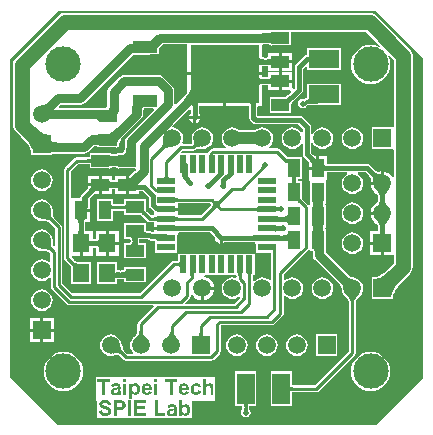
<source format=gtl>
G04*
G04 #@! TF.GenerationSoftware,Altium Limited,Altium Designer,19.1.8 (144)*
G04*
G04 Layer_Physical_Order=1*
G04 Layer_Color=128*
%FSLAX25Y25*%
%MOIN*%
G70*
G01*
G75*
%ADD16C,0.01000*%
%ADD17R,0.05512X0.06299*%
%ADD18R,0.05906X0.10236*%
%ADD19R,0.10236X0.05906*%
%ADD20R,0.06000X0.04000*%
%ADD21R,0.08268X0.03937*%
%ADD22R,0.23032X0.19291*%
%ADD23R,0.05906X0.02362*%
%ADD24R,0.02362X0.05906*%
%ADD25R,0.04000X0.06000*%
%ADD40C,0.01500*%
%ADD41C,0.03000*%
%ADD42C,0.05000*%
%ADD43C,0.04000*%
%ADD44C,0.05906*%
%ADD45R,0.05906X0.05906*%
%ADD46R,0.05906X0.05906*%
%ADD47C,0.01968*%
%ADD48C,0.11811*%
G36*
X137500Y122343D02*
Y15453D01*
X122047Y-0D01*
X15748D01*
X-0Y15748D01*
Y122047D01*
X15953Y138000D01*
X121843Y138000D01*
X137500Y122343D01*
D02*
G37*
%LPC*%
G36*
X119900Y137227D02*
X119900Y137227D01*
X18100D01*
X17291Y137120D01*
X16537Y136808D01*
X15889Y136311D01*
X1789Y122211D01*
X1292Y121563D01*
X980Y120809D01*
X873Y120000D01*
X873Y120000D01*
Y100000D01*
X873Y100000D01*
X980Y99191D01*
X1292Y98437D01*
X1789Y97789D01*
X3536Y96042D01*
X3557Y95990D01*
X4215Y95308D01*
X5318Y94022D01*
X5752Y93433D01*
X6118Y92869D01*
X6412Y92336D01*
X6635Y91838D01*
X6790Y91375D01*
X6879Y90949D01*
X6912Y90512D01*
X6947Y90441D01*
Y89947D01*
X7469D01*
X7559Y89910D01*
X7583Y89920D01*
X7607Y89912D01*
X7678Y89947D01*
X13351D01*
X13442Y89910D01*
X13532Y89947D01*
X14053D01*
Y90204D01*
X14064Y90207D01*
X14269Y90244D01*
X15894Y90346D01*
X16446Y90351D01*
X16465Y90359D01*
X24500D01*
X25319Y90522D01*
X26014Y90986D01*
X27855Y92827D01*
X28232Y92808D01*
X28523Y92778D01*
X28758Y92740D01*
X28900Y92707D01*
Y92400D01*
X29422D01*
X29512Y92363D01*
X29594Y92396D01*
X29682Y92385D01*
X29701Y92400D01*
X35376D01*
X35451Y92364D01*
X35480Y92374D01*
X35509Y92363D01*
X35591Y92400D01*
X36100D01*
Y92900D01*
X36136Y92975D01*
X36156Y93313D01*
X36208Y93624D01*
X36297Y93946D01*
X36424Y94281D01*
X36592Y94628D01*
X36801Y94987D01*
X37048Y95350D01*
X37693Y96135D01*
X38079Y96539D01*
X38086Y96558D01*
X43608Y102081D01*
X44073Y102775D01*
X44224Y103536D01*
X44244Y103581D01*
X44253Y104035D01*
X44280Y104420D01*
X44323Y104746D01*
X44379Y105010D01*
X44442Y105208D01*
X44504Y105336D01*
X44550Y105399D01*
X44565Y105412D01*
X44653Y105423D01*
X44708Y105455D01*
X47551D01*
X47742Y104993D01*
X38763Y96014D01*
X38299Y95319D01*
X38136Y94500D01*
Y93023D01*
X38128Y93005D01*
X38113Y92453D01*
X38072Y91987D01*
X38006Y91591D01*
X37920Y91270D01*
X37820Y91024D01*
X37716Y90853D01*
X37617Y90746D01*
X37522Y90682D01*
X37416Y90644D01*
X37207Y90622D01*
X37168Y90600D01*
X36219D01*
X36212Y90606D01*
X36138Y90600D01*
X36102D01*
X36012Y90637D01*
X35922Y90600D01*
X35400D01*
Y90314D01*
X35374Y90307D01*
X35176Y90267D01*
X34350Y90209D01*
X34133Y90224D01*
X33844Y90263D01*
X33626Y90307D01*
X33600Y90314D01*
Y90600D01*
X33078D01*
X32988Y90637D01*
X32898Y90600D01*
X32862D01*
X32788Y90606D01*
X32781Y90600D01*
X26400D01*
Y89183D01*
X26392Y89181D01*
X26366Y89176D01*
X26093Y89155D01*
X25579Y89149D01*
X25514Y89122D01*
X22086D01*
X22086Y89122D01*
X21657Y89036D01*
X21293Y88793D01*
X21293Y88793D01*
X18207Y85707D01*
X17964Y85343D01*
X17878Y84914D01*
X17878Y84914D01*
Y55642D01*
X17878Y55642D01*
X17964Y55212D01*
X18207Y54849D01*
X19719Y53336D01*
X19742Y53274D01*
X20094Y52896D01*
X20207Y52755D01*
X20291Y52634D01*
X20313Y52595D01*
Y52393D01*
X20276Y52302D01*
X20296Y52253D01*
X20284Y52201D01*
X20313Y52153D01*
Y46829D01*
X27025D01*
Y54328D01*
X22489D01*
X22441Y54358D01*
X22389Y54345D01*
X22340Y54366D01*
X22249Y54328D01*
X22047D01*
X22008Y54351D01*
X21894Y54430D01*
X21566Y54707D01*
X21376Y54891D01*
X21312Y54916D01*
X20456Y55772D01*
X20663Y56272D01*
X23169D01*
Y60421D01*
X24169D01*
Y56272D01*
X27425D01*
Y58992D01*
X27450Y58996D01*
X27663Y59015D01*
X27930Y59022D01*
X27981Y59045D01*
X28019D01*
X28070Y59022D01*
X28335Y59015D01*
X28545Y58996D01*
X28575Y58991D01*
Y56272D01*
X31831D01*
Y60421D01*
Y64571D01*
X28575D01*
Y61851D01*
X28545Y61846D01*
X28335Y61827D01*
X28070Y61821D01*
X28019Y61798D01*
X27981D01*
X27930Y61821D01*
X27663Y61827D01*
X27450Y61846D01*
X27425Y61850D01*
Y64571D01*
X24929D01*
X24925Y64596D01*
X24906Y64808D01*
X24899Y65076D01*
X24876Y65127D01*
Y66944D01*
X24899Y66995D01*
X24906Y67260D01*
X24925Y67470D01*
X24930Y67500D01*
X26500D01*
Y71000D01*
X23500D01*
Y72000D01*
X26500D01*
Y75500D01*
X26500Y75500D01*
X26500D01*
X26803Y75856D01*
X27403Y76457D01*
X27454Y76476D01*
X28018Y77000D01*
X29500D01*
Y79500D01*
X27657D01*
X29133Y78024D01*
X29018Y78108D01*
X28881Y78149D01*
X28722Y78148D01*
X28542Y78104D01*
X28341Y78018D01*
X28118Y77890D01*
X27874Y77719D01*
X27608Y77505D01*
X27012Y76951D01*
X25951Y78012D01*
X26250Y78321D01*
X26719Y78874D01*
X26890Y79118D01*
X27018Y79341D01*
X27086Y79500D01*
X26000D01*
Y79031D01*
X25768Y78757D01*
X25484Y78463D01*
X25463Y78410D01*
X23777Y76723D01*
X23478Y76277D01*
X23397Y75870D01*
X23351Y75764D01*
X23346Y75539D01*
X23343Y75500D01*
X20500D01*
X20121Y75793D01*
Y84450D01*
X22550Y86878D01*
X25509D01*
X25572Y86851D01*
X26297Y86835D01*
X26392Y86819D01*
X26400Y86817D01*
Y85400D01*
X32781D01*
X32788Y85394D01*
X32862Y85400D01*
X32898D01*
X32988Y85363D01*
X33078Y85400D01*
X33600D01*
Y85686D01*
X33626Y85694D01*
X33824Y85733D01*
X34650Y85791D01*
X34867Y85776D01*
X35156Y85737D01*
X35374Y85694D01*
X35400Y85686D01*
Y85400D01*
X35922D01*
X36012Y85363D01*
X36102Y85400D01*
X36138D01*
X36212Y85394D01*
X36219Y85400D01*
X41665D01*
X41843Y84971D01*
X41546Y84585D01*
X40387Y83510D01*
X39896Y83117D01*
X39727Y83000D01*
X39500D01*
Y82089D01*
X39798Y82259D01*
X40284Y82596D01*
X40811Y83017D01*
X41988Y84109D01*
X44109Y81988D01*
X43706Y81566D01*
X43027Y80739D01*
X42752Y80334D01*
X42587Y80051D01*
X42723Y80014D01*
X42948Y79977D01*
X43203Y79954D01*
X43488Y79947D01*
Y78447D01*
X43203Y78442D01*
X42723Y78408D01*
X42528Y78377D01*
X42363Y78338D01*
X42228Y78290D01*
X42123Y78234D01*
X42048Y78168D01*
X42003Y78095D01*
X41988Y78012D01*
X39500Y80344D01*
Y80000D01*
Y77000D01*
X43000D01*
Y77776D01*
X43231Y77793D01*
X43498Y77797D01*
X43551Y77820D01*
X44117D01*
X46266Y75671D01*
Y73161D01*
X46371Y72635D01*
X46669Y72188D01*
X47460Y71397D01*
X47906Y71099D01*
X47992Y71082D01*
Y69752D01*
X47987Y69752D01*
X47925Y69724D01*
X46862D01*
X45694Y70892D01*
X45671Y70954D01*
X45316Y71335D01*
X45202Y71478D01*
X45116Y71600D01*
X45100Y71628D01*
Y71865D01*
X45125Y71926D01*
X45105Y71977D01*
X45117Y72030D01*
X45100Y72057D01*
Y75100D01*
X37900D01*
Y73685D01*
X37884Y73680D01*
X37790Y73665D01*
X37665Y73654D01*
X37495Y73649D01*
X37433Y73622D01*
X34567D01*
X34505Y73649D01*
X34332Y73654D01*
X34205Y73665D01*
X34108Y73681D01*
X34100Y73683D01*
Y75100D01*
X28900D01*
Y67900D01*
X34100D01*
Y71317D01*
X34108Y71319D01*
X34205Y71335D01*
X34332Y71346D01*
X34505Y71351D01*
X34567Y71378D01*
X37433D01*
X37495Y71351D01*
X37665Y71346D01*
X37790Y71335D01*
X37884Y71320D01*
X37900Y71315D01*
Y69900D01*
X42943D01*
X42970Y69883D01*
X43023Y69895D01*
X43074Y69875D01*
X43135Y69900D01*
X43372D01*
X43400Y69884D01*
X43515Y69803D01*
X43845Y69523D01*
X44037Y69338D01*
X44102Y69312D01*
X45605Y67809D01*
X45605Y67809D01*
X45968Y67566D01*
X46398Y67481D01*
X46398Y67481D01*
X47925D01*
X47987Y67453D01*
X47992Y67453D01*
Y65953D01*
X51945D01*
Y64953D01*
X47992D01*
Y64485D01*
X47637Y64133D01*
X47509Y64134D01*
X47507Y64133D01*
X47504Y64134D01*
X47449Y64111D01*
X47312D01*
X47200Y64223D01*
X46753Y64522D01*
X46226Y64626D01*
X46056D01*
X46005Y64649D01*
X45738Y64656D01*
X45526Y64675D01*
X45356Y64703D01*
X45229Y64737D01*
X45148Y64770D01*
X45126Y64783D01*
X45121Y64822D01*
X45100Y64861D01*
Y67100D01*
X37900D01*
Y61900D01*
X39891D01*
X39931Y61878D01*
X39968Y61874D01*
X39980Y61854D01*
X40013Y61773D01*
X40047Y61646D01*
X40075Y61475D01*
X40094Y61262D01*
X40094Y61250D01*
X40094Y61238D01*
X40075Y61025D01*
X40047Y60854D01*
X40013Y60727D01*
X39980Y60646D01*
X39968Y60626D01*
X39931Y60622D01*
X39891Y60600D01*
X37900D01*
Y55400D01*
X45100D01*
Y60600D01*
X43109D01*
X43069Y60622D01*
X43032Y60626D01*
X43020Y60646D01*
X42987Y60727D01*
X42953Y60854D01*
X42925Y61025D01*
X42906Y61238D01*
X42906Y61250D01*
X42906Y61262D01*
X42925Y61475D01*
X42953Y61646D01*
X42987Y61773D01*
X43020Y61854D01*
X43032Y61874D01*
X44457D01*
X44483Y61863D01*
X45677Y61853D01*
X45769Y61761D01*
X46215Y61463D01*
X46742Y61358D01*
X47436D01*
X47487Y61335D01*
X47754Y61328D01*
X47966Y61309D01*
X48136Y61281D01*
X48263Y61247D01*
X48344Y61215D01*
X48366Y61201D01*
X48371Y61163D01*
X48392Y61124D01*
Y57372D01*
X55498D01*
Y60522D01*
Y63272D01*
X55898D01*
Y64033D01*
X56128Y64050D01*
X56395Y64053D01*
X56448Y64076D01*
X66532D01*
X68242Y62367D01*
X68229Y62303D01*
X68383Y61529D01*
X68821Y60873D01*
X69478Y60434D01*
X69752Y60379D01*
Y62303D01*
X70752D01*
Y60379D01*
X71026Y60434D01*
X71683Y60873D01*
X71719Y60927D01*
X80898D01*
X80949Y60904D01*
X81457Y60888D01*
Y60122D01*
X81857D01*
Y57372D01*
X86868D01*
X86872Y57356D01*
X86888Y57262D01*
X86899Y57137D01*
X86904Y56967D01*
X86931Y56905D01*
Y48270D01*
X86431Y48113D01*
X85792Y48603D01*
X84927Y48961D01*
X84000Y49083D01*
X83073Y48961D01*
X82208Y48603D01*
X81466Y48034D01*
X81322Y47846D01*
X80822Y48016D01*
Y49425D01*
X80850Y49487D01*
X80854Y49660D01*
X80866Y49787D01*
X80882Y49884D01*
X80884Y49892D01*
X81482D01*
Y56998D01*
X55872D01*
Y54628D01*
X55864Y54626D01*
X55768Y54610D01*
X55640Y54599D01*
X55468Y54594D01*
X55405Y54566D01*
X54445D01*
X54445Y54566D01*
X54016Y54481D01*
X53652Y54238D01*
X43135Y43722D01*
X20627D01*
X17274Y47074D01*
Y65847D01*
X17274Y65847D01*
X17189Y66276D01*
X16946Y66640D01*
X14674Y68912D01*
X14656Y68967D01*
X14545Y69095D01*
X14466Y69217D01*
X14388Y69374D01*
X14316Y69567D01*
X14251Y69796D01*
X14196Y70061D01*
X14154Y70354D01*
X14105Y71071D01*
X14102Y71475D01*
X14080Y71528D01*
X13961Y72427D01*
X13603Y73292D01*
X13034Y74034D01*
X12292Y74603D01*
X11428Y74961D01*
X10500Y75083D01*
X9572Y74961D01*
X8708Y74603D01*
X7966Y74034D01*
X7397Y73292D01*
X7039Y72427D01*
X6917Y71500D01*
X7039Y70573D01*
X7397Y69708D01*
X7966Y68966D01*
X8708Y68397D01*
X9572Y68039D01*
X10472Y67920D01*
X10525Y67898D01*
X10929Y67895D01*
X11646Y67846D01*
X11939Y67804D01*
X12204Y67749D01*
X12433Y67684D01*
X12626Y67612D01*
X12783Y67534D01*
X12905Y67455D01*
X13033Y67344D01*
X13088Y67326D01*
X15031Y65383D01*
Y59691D01*
X14531Y59404D01*
X14333Y59520D01*
X14316Y59567D01*
X14251Y59796D01*
X14196Y60061D01*
X14154Y60354D01*
X14105Y61071D01*
X14102Y61475D01*
X14080Y61528D01*
X13961Y62427D01*
X13603Y63292D01*
X13034Y64034D01*
X12292Y64603D01*
X11428Y64961D01*
X10500Y65083D01*
X9572Y64961D01*
X8708Y64603D01*
X7966Y64034D01*
X7397Y63292D01*
X7039Y62427D01*
X6917Y61500D01*
X7039Y60573D01*
X7397Y59708D01*
X7966Y58966D01*
X8708Y58397D01*
X9572Y58039D01*
X10472Y57920D01*
X10525Y57898D01*
X10929Y57895D01*
X11646Y57846D01*
X11939Y57804D01*
X12204Y57749D01*
X12433Y57684D01*
X12626Y57612D01*
X12783Y57534D01*
X12905Y57455D01*
X13033Y57344D01*
X13088Y57326D01*
X13378Y57035D01*
Y54361D01*
X12878Y54153D01*
X12292Y54603D01*
X11428Y54961D01*
X10500Y55083D01*
X9572Y54961D01*
X8708Y54603D01*
X7966Y54034D01*
X7397Y53292D01*
X7039Y52427D01*
X6917Y51500D01*
X7039Y50573D01*
X7397Y49708D01*
X7966Y48966D01*
X8708Y48397D01*
X9572Y48039D01*
X10500Y47917D01*
X11428Y48039D01*
X12292Y48397D01*
X12931Y48887D01*
X13431Y48730D01*
Y45947D01*
X13431Y45947D01*
X13517Y45518D01*
X13760Y45154D01*
X18707Y40207D01*
X18707Y40207D01*
X19071Y39964D01*
X19500Y39878D01*
X47639D01*
X47830Y39417D01*
X42707Y34293D01*
X42464Y33929D01*
X42378Y33500D01*
X42378Y33500D01*
Y31282D01*
X42352Y31230D01*
X42340Y31061D01*
X42310Y30918D01*
X42254Y30753D01*
X42169Y30565D01*
X42053Y30357D01*
X41904Y30131D01*
X41727Y29894D01*
X41254Y29353D01*
X40970Y29065D01*
X40949Y29011D01*
X40397Y28292D01*
X40039Y27427D01*
X39917Y26500D01*
X40039Y25573D01*
X40397Y24708D01*
X40887Y24069D01*
X40731Y23569D01*
X39017D01*
X38022Y24564D01*
X38004Y24619D01*
X37916Y24722D01*
X37846Y24826D01*
X37649Y25215D01*
X37556Y25443D01*
X37114Y26886D01*
X37005Y27333D01*
X37004Y27334D01*
X37004Y27334D01*
X36967Y27385D01*
X36961Y27427D01*
X36603Y28292D01*
X36034Y29034D01*
X35292Y29603D01*
X34427Y29961D01*
X33500Y30083D01*
X32573Y29961D01*
X31708Y29603D01*
X30966Y29034D01*
X30397Y28292D01*
X30039Y27427D01*
X29917Y26500D01*
X30039Y25573D01*
X30397Y24708D01*
X30966Y23966D01*
X31708Y23397D01*
X32573Y23039D01*
X33500Y22917D01*
X34297Y23021D01*
X34381Y23007D01*
X34736Y23089D01*
X35047Y23141D01*
X35330Y23170D01*
X35582Y23175D01*
X35805Y23160D01*
X35997Y23126D01*
X36161Y23077D01*
X36300Y23015D01*
X36418Y22940D01*
X36558Y22819D01*
X36613Y22801D01*
X36614Y22800D01*
X36648Y22754D01*
X36662Y22752D01*
X37760Y21654D01*
X37760Y21654D01*
X38124Y21411D01*
X38553Y21326D01*
X38553Y21326D01*
X66947D01*
X66947Y21326D01*
X67376Y21411D01*
X67740Y21654D01*
X69793Y23707D01*
X69793Y23707D01*
X70036Y24071D01*
X70122Y24500D01*
X70122Y24500D01*
Y33035D01*
X70215Y33128D01*
X87250D01*
X87250Y33128D01*
X87679Y33214D01*
X88043Y33457D01*
X90740Y36154D01*
X90983Y36518D01*
X91069Y36947D01*
X91069Y36947D01*
Y42731D01*
X91569Y42887D01*
X92208Y42397D01*
X93073Y42039D01*
X94000Y41917D01*
X94927Y42039D01*
X95792Y42397D01*
X96534Y42966D01*
X97103Y43708D01*
X97461Y44573D01*
X97583Y45500D01*
X97461Y46427D01*
X97103Y47292D01*
X96534Y48034D01*
X95792Y48603D01*
X94927Y48961D01*
X94000Y49083D01*
X93073Y48961D01*
X92208Y48603D01*
X91569Y48113D01*
X91069Y48270D01*
Y49983D01*
X97581Y56495D01*
X97749Y56607D01*
X99293Y58151D01*
X99293Y58151D01*
X99400Y58311D01*
X99900Y58160D01*
Y57900D01*
X100726D01*
X100743Y57846D01*
X100774Y57694D01*
X100846Y56850D01*
X100851Y56491D01*
X100869Y56448D01*
X101022Y55681D01*
X101486Y54986D01*
X109406Y47066D01*
X109412Y47049D01*
X109818Y46612D01*
X109968Y46427D01*
X110097Y46250D01*
X110202Y46087D01*
X110282Y45939D01*
X110338Y45809D01*
X110374Y45699D01*
X110392Y45608D01*
X110399Y45489D01*
X110425Y45436D01*
X110539Y44573D01*
X110897Y43708D01*
X111449Y42989D01*
X111470Y42935D01*
X111754Y42647D01*
X112227Y42106D01*
X112404Y41869D01*
X112553Y41643D01*
X112669Y41435D01*
X112754Y41247D01*
X112810Y41082D01*
X112840Y40939D01*
X112852Y40770D01*
X112878Y40718D01*
Y24465D01*
X101535Y13122D01*
X94331D01*
X94269Y13149D01*
X94096Y13154D01*
X93968Y13165D01*
X93872Y13181D01*
X93864Y13183D01*
Y17718D01*
X86758D01*
Y6282D01*
X93864D01*
Y10817D01*
X93872Y10819D01*
X93968Y10835D01*
X94096Y10846D01*
X94269Y10851D01*
X94331Y10878D01*
X102000D01*
X102000Y10878D01*
X102429Y10964D01*
X102793Y11207D01*
X114793Y23207D01*
X114793Y23207D01*
X115036Y23571D01*
X115122Y24000D01*
Y40718D01*
X115148Y40770D01*
X115160Y40939D01*
X115190Y41082D01*
X115246Y41247D01*
X115331Y41435D01*
X115447Y41643D01*
X115596Y41869D01*
X115773Y42106D01*
X116246Y42647D01*
X116530Y42935D01*
X116551Y42989D01*
X117103Y43708D01*
X117461Y44573D01*
X117583Y45500D01*
X117461Y46427D01*
X117103Y47292D01*
X116534Y48034D01*
X115792Y48603D01*
X114927Y48961D01*
X114064Y49075D01*
X114011Y49101D01*
X113892Y49108D01*
X113801Y49126D01*
X113691Y49162D01*
X113561Y49218D01*
X113413Y49298D01*
X113250Y49403D01*
X113079Y49527D01*
X112676Y49871D01*
X112460Y50079D01*
X112441Y50087D01*
X105146Y57382D01*
X105142Y58434D01*
X105141Y58436D01*
Y58453D01*
X105141Y58454D01*
X105141Y58461D01*
Y61000D01*
X105100Y61207D01*
Y64281D01*
X105106Y64288D01*
X105100Y64362D01*
Y64398D01*
X105137Y64488D01*
X105100Y64578D01*
Y65100D01*
X105100D01*
X104944Y65464D01*
X105100Y65900D01*
X105100D01*
Y66422D01*
X105137Y66512D01*
X105100Y66602D01*
Y66638D01*
X105106Y66712D01*
X105100Y66719D01*
Y72281D01*
X105106Y72288D01*
X105100Y72362D01*
Y72398D01*
X105137Y72488D01*
X105100Y72578D01*
Y73100D01*
X105100D01*
X104944Y73464D01*
X105100Y73900D01*
X105100D01*
Y74422D01*
X105137Y74512D01*
X105100Y74602D01*
Y74638D01*
X105106Y74712D01*
X105100Y74719D01*
Y81000D01*
X105100Y81100D01*
X105341Y81500D01*
X105500D01*
Y84071D01*
X105525Y84075D01*
X105738Y84094D01*
X106005Y84101D01*
X106056Y84124D01*
X112158D01*
X112257Y83624D01*
X112208Y83603D01*
X111466Y83034D01*
X110897Y82292D01*
X110539Y81427D01*
X110417Y80500D01*
X110539Y79573D01*
X110897Y78708D01*
X111466Y77966D01*
X112208Y77397D01*
X113073Y77039D01*
X114000Y76917D01*
X114927Y77039D01*
X115792Y77397D01*
X116534Y77966D01*
X117103Y78708D01*
X117461Y79573D01*
X117583Y80500D01*
X117461Y81427D01*
X117103Y82292D01*
X116534Y83034D01*
X115792Y83603D01*
X115743Y83624D01*
X115842Y84124D01*
X118430D01*
X119697Y82856D01*
X119714Y82808D01*
X119856Y82650D01*
X119964Y82501D01*
X120062Y82333D01*
X120149Y82145D01*
X120224Y81935D01*
X120260Y81801D01*
X120149Y81532D01*
X120079Y81000D01*
X121035D01*
X121019Y81228D01*
X120979Y81548D01*
X120920Y81849D01*
X120844Y82130D01*
X120750Y82391D01*
X120639Y82633D01*
X120509Y82855D01*
X120362Y83058D01*
X120197Y83242D01*
X121258Y84303D01*
X121442Y84138D01*
X121644Y83991D01*
X121867Y83861D01*
X122109Y83750D01*
X122370Y83656D01*
X122651Y83580D01*
X122952Y83521D01*
X123272Y83481D01*
X123500Y83465D01*
Y84421D01*
X122968Y84351D01*
X122699Y84240D01*
X122565Y84276D01*
X122355Y84351D01*
X122167Y84438D01*
X121999Y84536D01*
X121850Y84644D01*
X121692Y84786D01*
X121644Y84803D01*
X119973Y86473D01*
X119527Y86772D01*
X119000Y86876D01*
X106056D01*
X106005Y86899D01*
X105738Y86906D01*
X105525Y86925D01*
X105500Y86929D01*
Y89500D01*
X103000D01*
Y85500D01*
X102500D01*
Y85000D01*
X99500D01*
Y81500D01*
X99659D01*
X99900Y81100D01*
X99900Y81000D01*
Y74719D01*
X99894Y74712D01*
X99900Y74638D01*
Y74602D01*
X99863Y74512D01*
X99900Y74422D01*
Y73900D01*
X99900D01*
X100056Y73537D01*
X99754Y73106D01*
X99408Y73120D01*
X99293Y73293D01*
X99293Y73293D01*
X97694Y74892D01*
X97671Y74954D01*
X97316Y75335D01*
X97202Y75478D01*
X97116Y75600D01*
X97100Y75628D01*
Y75865D01*
X97125Y75926D01*
X97105Y75977D01*
X97117Y76030D01*
X97100Y76057D01*
Y81100D01*
X95956D01*
X95729Y81500D01*
X95956Y81900D01*
X97100D01*
Y89100D01*
X93108D01*
X93000Y89122D01*
X93000Y89122D01*
X92563D01*
X92527Y89137D01*
X92447Y89139D01*
X89793Y91793D01*
X89429Y92036D01*
X89000Y92122D01*
X89000Y92122D01*
X86255D01*
X86085Y92622D01*
X86534Y92966D01*
X87103Y93708D01*
X87461Y94573D01*
X87583Y95500D01*
X87461Y96427D01*
X87103Y97292D01*
X86534Y98034D01*
X85792Y98603D01*
X84927Y98961D01*
X84000Y99083D01*
X83073Y98961D01*
X82208Y98603D01*
X81695Y98210D01*
X80032Y98149D01*
X79974Y98122D01*
X78013D01*
X77950Y98149D01*
X76818Y98160D01*
X76349Y98181D01*
X76341Y98181D01*
X75792Y98603D01*
X74927Y98961D01*
X74000Y99083D01*
X73073Y98961D01*
X72208Y98603D01*
X71466Y98034D01*
X70897Y97292D01*
X70539Y96427D01*
X70417Y95500D01*
X70539Y94573D01*
X70897Y93708D01*
X71466Y92966D01*
X71915Y92622D01*
X71746Y92122D01*
X67586D01*
X67157Y92036D01*
X66793Y91793D01*
X66793Y91793D01*
X66207Y91207D01*
X65964Y90843D01*
X65906Y90554D01*
X65866Y90462D01*
X57202D01*
X57010Y90924D01*
X57465Y91378D01*
X61000D01*
X61000Y91378D01*
X61429Y91464D01*
X61664Y91620D01*
X61791Y91666D01*
X61927Y91791D01*
X62041Y91875D01*
X62154Y91942D01*
X62268Y91994D01*
X62386Y92031D01*
X62509Y92056D01*
X62641Y92067D01*
X62784Y92064D01*
X62939Y92045D01*
X63133Y92004D01*
X63203Y92017D01*
X63268Y91990D01*
X63310Y92007D01*
X64000Y91917D01*
X64927Y92039D01*
X65792Y92397D01*
X66534Y92966D01*
X67103Y93708D01*
X67461Y94573D01*
X67583Y95500D01*
X67461Y96427D01*
X67103Y97292D01*
X66534Y98034D01*
X65792Y98603D01*
X64927Y98961D01*
X64000Y99083D01*
X63073Y98961D01*
X62208Y98603D01*
X61466Y98034D01*
X60897Y97292D01*
X60539Y96427D01*
X60417Y95500D01*
X60508Y94810D01*
X60490Y94768D01*
X60517Y94703D01*
X60504Y94633D01*
X60545Y94439D01*
X60564Y94284D01*
X60567Y94141D01*
X60556Y94009D01*
X60531Y93886D01*
X60494Y93768D01*
X60442Y93654D01*
X60423Y93622D01*
X57609D01*
X57275Y94122D01*
X57461Y94573D01*
X57583Y95500D01*
X57461Y96427D01*
X57103Y97292D01*
X56534Y98034D01*
X55792Y98603D01*
X54927Y98961D01*
X54153Y99063D01*
X53923Y99541D01*
X59146Y104764D01*
X59164Y104771D01*
X59665Y105239D01*
X60124Y105040D01*
Y103967D01*
X60069Y103931D01*
X59631Y103274D01*
X59576Y103000D01*
X63424D01*
X63369Y103274D01*
X62931Y103931D01*
X62876Y103967D01*
Y105798D01*
X62899Y105849D01*
X62906Y106114D01*
X62925Y106324D01*
X62930Y106354D01*
X71000D01*
Y116500D01*
X58984D01*
Y110958D01*
X58754Y110622D01*
X57929Y109635D01*
X57407Y109092D01*
X57399Y109073D01*
X55141Y106815D01*
X54641Y107022D01*
Y111500D01*
X54478Y112319D01*
X54014Y113014D01*
X51014Y116014D01*
X50319Y116478D01*
X49500Y116641D01*
X38000D01*
X37181Y116478D01*
X36486Y116014D01*
X32986Y112514D01*
X32522Y111819D01*
X32359Y111000D01*
Y106054D01*
X32000Y105641D01*
X28587D01*
X26515Y105649D01*
X26513Y105649D01*
X26512Y105649D01*
X26492Y105641D01*
X16362D01*
X16171Y106103D01*
X16677Y106609D01*
X23250D01*
X24069Y106772D01*
X24764Y107236D01*
X40895Y123367D01*
X46425D01*
X46632Y123408D01*
X49462D01*
Y125504D01*
X50816Y126859D01*
X58984D01*
Y117500D01*
X72499D01*
X71499Y118500D01*
X71604Y118521D01*
X71741Y118583D01*
X71910Y118686D01*
X72112Y118831D01*
X72614Y119245D01*
X73612Y120177D01*
X74010Y120570D01*
X75070Y119509D01*
X74677Y119112D01*
X73265Y117500D01*
X84016D01*
Y119571D01*
X84041Y119575D01*
X84253Y119594D01*
X84521Y119601D01*
X84572Y119624D01*
X85444D01*
X85495Y119601D01*
X85762Y119594D01*
X85975Y119575D01*
X86000Y119571D01*
Y118000D01*
X89500D01*
Y121000D01*
Y124000D01*
X86000D01*
Y122429D01*
X85975Y122425D01*
X85762Y122406D01*
X85495Y122399D01*
X85444Y122376D01*
X84572D01*
X84521Y122399D01*
X84253Y122406D01*
X84041Y122425D01*
X84016Y122429D01*
Y126494D01*
X84373Y126844D01*
X85063Y126831D01*
X85867Y126776D01*
X86156Y126737D01*
X86374Y126693D01*
X86400Y126686D01*
Y126400D01*
X86922D01*
X87012Y126363D01*
X87102Y126400D01*
X87138D01*
X87212Y126394D01*
X87219Y126400D01*
X93600D01*
Y130973D01*
X118605D01*
X123252Y126326D01*
X122951Y125920D01*
X122580Y126118D01*
X121354Y126490D01*
X120079Y126616D01*
X118803Y126490D01*
X117577Y126118D01*
X116447Y125514D01*
X115456Y124701D01*
X114643Y123711D01*
X114039Y122580D01*
X113667Y121354D01*
X113542Y120079D01*
X113667Y118803D01*
X114039Y117577D01*
X114643Y116447D01*
X115456Y115456D01*
X116447Y114643D01*
X117577Y114039D01*
X118803Y113667D01*
X120079Y113542D01*
X121354Y113667D01*
X122580Y114039D01*
X123711Y114643D01*
X124701Y115456D01*
X125514Y116447D01*
X126118Y117577D01*
X126490Y118803D01*
X126616Y120079D01*
X126490Y121354D01*
X126118Y122580D01*
X125920Y122951D01*
X126326Y123252D01*
X127873Y121705D01*
Y99420D01*
X127553Y99053D01*
X127373Y99053D01*
X120447D01*
Y91947D01*
X127373D01*
X127553Y91947D01*
X127873Y91580D01*
Y82726D01*
X127821Y82697D01*
X127373Y82597D01*
X126819Y83319D01*
X125993Y83953D01*
X125032Y84351D01*
X124500Y84421D01*
Y80500D01*
X124000D01*
Y80000D01*
X120079D01*
X120149Y79468D01*
X120547Y78507D01*
X121181Y77681D01*
X122007Y77047D01*
X122275Y76936D01*
X122345Y76816D01*
X122440Y76613D01*
X122511Y76419D01*
X122561Y76231D01*
X122590Y76050D01*
X122601Y75838D01*
X122624Y75792D01*
Y75208D01*
X122601Y75162D01*
X122590Y74950D01*
X122561Y74769D01*
X122511Y74581D01*
X122440Y74387D01*
X122345Y74185D01*
X122275Y74064D01*
X122007Y73953D01*
X121181Y73319D01*
X120547Y72493D01*
X120149Y71532D01*
X120079Y71000D01*
X124000D01*
Y70000D01*
X120079D01*
X120149Y69468D01*
X120547Y68507D01*
X121181Y67681D01*
X122007Y67047D01*
X122275Y66936D01*
X122345Y66816D01*
X122440Y66614D01*
X122511Y66419D01*
X122561Y66232D01*
X122590Y66050D01*
X122601Y65838D01*
X122624Y65792D01*
Y65009D01*
X122601Y64958D01*
X122594Y64690D01*
X122575Y64478D01*
X122571Y64453D01*
X120047D01*
Y61000D01*
X124000D01*
Y60500D01*
X124500D01*
Y56547D01*
X127873D01*
Y53795D01*
X126542Y52464D01*
X126489Y52443D01*
X125808Y51785D01*
X124522Y50682D01*
X123933Y50248D01*
X123369Y49882D01*
X122836Y49588D01*
X122338Y49365D01*
X121875Y49210D01*
X121449Y49121D01*
X121012Y49088D01*
X120941Y49053D01*
X120447D01*
Y48531D01*
X120410Y48441D01*
X120420Y48417D01*
X120412Y48393D01*
X120447Y48322D01*
Y41947D01*
X126822D01*
X126893Y41912D01*
X126917Y41919D01*
X126941Y41910D01*
X127031Y41947D01*
X127553D01*
Y42441D01*
X127588Y42512D01*
X127621Y42949D01*
X127710Y43375D01*
X127865Y43837D01*
X128088Y44336D01*
X128382Y44869D01*
X128748Y45433D01*
X129182Y46022D01*
X130285Y47308D01*
X130943Y47989D01*
X130964Y48042D01*
X133211Y50289D01*
X133211Y50289D01*
X133708Y50937D01*
X134020Y51691D01*
X134127Y52500D01*
Y123000D01*
X134127Y123000D01*
X134073Y123405D01*
X134020Y123809D01*
X133708Y124563D01*
X133211Y125211D01*
X122111Y136311D01*
X121463Y136808D01*
X120709Y137120D01*
X119900Y137227D01*
D02*
G37*
G36*
X94000Y124000D02*
X90500D01*
Y121500D01*
X94000D01*
Y124000D01*
D02*
G37*
G36*
X110218Y125458D02*
X98782D01*
Y123257D01*
X98379Y123177D01*
X97932Y122879D01*
X95218Y120164D01*
X94919Y119718D01*
X94814Y119191D01*
Y112285D01*
X94433Y111974D01*
X94000Y112154D01*
Y114000D01*
X90500D01*
Y111500D01*
X93346D01*
X93553Y111000D01*
X92597Y110043D01*
X92546Y110025D01*
X91970Y109489D01*
X91740Y109306D01*
X91538Y109165D01*
X91424Y109100D01*
X90957D01*
X90867Y109137D01*
X90817Y109117D01*
X90765Y109130D01*
X90717Y109100D01*
X86400D01*
Y103900D01*
X93600D01*
Y106217D01*
X93629Y106265D01*
X93617Y106317D01*
X93637Y106367D01*
X93600Y106457D01*
Y106924D01*
X93665Y107038D01*
X93801Y107233D01*
X94234Y107745D01*
X94516Y108037D01*
X94537Y108090D01*
X97164Y110718D01*
X97463Y111164D01*
X97567Y111691D01*
X97567Y111691D01*
Y118621D01*
X98320Y119373D01*
X98782Y119182D01*
Y118353D01*
X110218D01*
Y125458D01*
D02*
G37*
G36*
X94000Y120500D02*
X90500D01*
Y118000D01*
X94000D01*
Y120500D01*
D02*
G37*
G36*
X89500Y117500D02*
X86000D01*
Y115929D01*
X85975Y115925D01*
X85762Y115906D01*
X85495Y115899D01*
X85444Y115876D01*
X84572D01*
X84521Y115899D01*
X84253Y115906D01*
X84041Y115925D01*
X84016Y115929D01*
Y116500D01*
X72000D01*
Y106354D01*
X79570D01*
X79575Y106324D01*
X79594Y106114D01*
X79601Y105849D01*
X79624Y105798D01*
Y102379D01*
X79728Y101852D01*
X80027Y101405D01*
X80905Y100527D01*
X81352Y100228D01*
X81879Y100124D01*
X95930D01*
X97499Y98555D01*
Y97598D01*
X96999Y97428D01*
X96534Y98034D01*
X95792Y98603D01*
X94927Y98961D01*
X94000Y99083D01*
X93073Y98961D01*
X92208Y98603D01*
X91466Y98034D01*
X90897Y97292D01*
X90539Y96427D01*
X90417Y95500D01*
X90539Y94573D01*
X90897Y93708D01*
X91466Y92966D01*
X92208Y92397D01*
X93073Y92039D01*
X94000Y91917D01*
X94927Y92039D01*
X95792Y92397D01*
X96534Y92966D01*
X96999Y93572D01*
X97499Y93402D01*
Y90125D01*
X97603Y89598D01*
X97902Y89152D01*
X98957Y88097D01*
X98976Y88046D01*
X99500Y87482D01*
Y86000D01*
X102000D01*
Y87843D01*
X100524Y86367D01*
X100608Y86482D01*
X100649Y86619D01*
X100648Y86778D01*
X100604Y86958D01*
X100518Y87159D01*
X100390Y87382D01*
X100219Y87626D01*
X100005Y87892D01*
X99451Y88488D01*
X100512Y89549D01*
X100821Y89250D01*
X101374Y88781D01*
X101618Y88611D01*
X101841Y88482D01*
X102000Y88414D01*
Y89500D01*
X101531D01*
X101257Y89732D01*
X100963Y90016D01*
X100910Y90037D01*
X100251Y90695D01*
Y93959D01*
X100751Y94059D01*
X100897Y93708D01*
X101466Y92966D01*
X102208Y92397D01*
X103073Y92039D01*
X104000Y91917D01*
X104927Y92039D01*
X105792Y92397D01*
X106534Y92966D01*
X107103Y93708D01*
X107461Y94573D01*
X107583Y95500D01*
X107461Y96427D01*
X107103Y97292D01*
X106534Y98034D01*
X105792Y98603D01*
X104927Y98961D01*
X104000Y99083D01*
X103073Y98961D01*
X102208Y98603D01*
X101466Y98034D01*
X100897Y97292D01*
X100751Y96941D01*
X100251Y97040D01*
Y99125D01*
X100147Y99652D01*
X99848Y100098D01*
X99848Y100098D01*
X97473Y102473D01*
X97027Y102772D01*
X96500Y102876D01*
X82449D01*
X82376Y102949D01*
Y105798D01*
X82399Y105849D01*
X82406Y106114D01*
X82425Y106324D01*
X82430Y106354D01*
X84016D01*
Y113071D01*
X84041Y113075D01*
X84253Y113094D01*
X84521Y113101D01*
X84572Y113124D01*
X85444D01*
X85495Y113101D01*
X85762Y113094D01*
X85975Y113075D01*
X86000Y113071D01*
Y111500D01*
X89500D01*
Y114500D01*
Y117500D01*
D02*
G37*
G36*
X94000D02*
X90500D01*
Y115000D01*
X94000D01*
Y117500D01*
D02*
G37*
G36*
X110218Y113647D02*
X98782D01*
Y108824D01*
X98772Y108821D01*
X98679Y108806D01*
X98555Y108795D01*
X98387Y108791D01*
X98261Y108735D01*
X97975Y108678D01*
X97794Y108557D01*
X97500Y108615D01*
X96882Y108492D01*
X96358Y108142D01*
X96008Y107618D01*
X95885Y107000D01*
X96008Y106382D01*
X96358Y105858D01*
X96882Y105508D01*
X97500Y105385D01*
X98118Y105508D01*
X98642Y105858D01*
X98992Y106382D01*
X99399Y106501D01*
X99428Y106503D01*
X99462Y106520D01*
X99520D01*
X99530Y106519D01*
X99537Y106520D01*
X102047D01*
X102047Y106520D01*
X102156Y106542D01*
X110218D01*
Y113647D01*
D02*
G37*
G36*
X63424Y102000D02*
X62000D01*
Y100576D01*
X62274Y100631D01*
X62931Y101069D01*
X63369Y101726D01*
X63424Y102000D01*
D02*
G37*
G36*
X61000D02*
X59576D01*
X59631Y101726D01*
X60069Y101069D01*
X60726Y100631D01*
X61000Y100576D01*
Y102000D01*
D02*
G37*
G36*
X114000Y99083D02*
X113073Y98961D01*
X112208Y98603D01*
X111466Y98034D01*
X110897Y97292D01*
X110539Y96427D01*
X110417Y95500D01*
X110539Y94573D01*
X110897Y93708D01*
X111466Y92966D01*
X112208Y92397D01*
X113073Y92039D01*
X114000Y91917D01*
X114927Y92039D01*
X115792Y92397D01*
X116534Y92966D01*
X117103Y93708D01*
X117461Y94573D01*
X117583Y95500D01*
X117461Y96427D01*
X117103Y97292D01*
X116534Y98034D01*
X115792Y98603D01*
X114927Y98961D01*
X114000Y99083D01*
D02*
G37*
G36*
X38500Y83000D02*
X35000D01*
Y81429D01*
X34975Y81425D01*
X34762Y81406D01*
X34500Y81399D01*
X34240Y81406D01*
X34030Y81425D01*
X34000Y81430D01*
Y83000D01*
X30500D01*
Y80000D01*
Y77000D01*
X34000D01*
Y78570D01*
X34030Y78575D01*
X34240Y78594D01*
X34500Y78601D01*
X34762Y78594D01*
X34975Y78575D01*
X35000Y78571D01*
Y77000D01*
X38500D01*
Y80000D01*
Y81281D01*
X37745Y81988D01*
X37985Y81824D01*
X38265Y81744D01*
X38500Y81747D01*
Y83000D01*
D02*
G37*
G36*
X123500Y82982D02*
X121518Y81000D01*
X123500D01*
Y82982D01*
D02*
G37*
G36*
X29500Y83000D02*
X26000D01*
Y80500D01*
X29500D01*
Y83000D01*
D02*
G37*
G36*
X10500Y85083D02*
X9572Y84961D01*
X8708Y84603D01*
X7966Y84034D01*
X7397Y83292D01*
X7039Y82427D01*
X6917Y81500D01*
X7039Y80573D01*
X7397Y79708D01*
X7966Y78966D01*
X8708Y78397D01*
X9572Y78039D01*
X10500Y77917D01*
X11428Y78039D01*
X12292Y78397D01*
X13034Y78966D01*
X13603Y79708D01*
X13961Y80573D01*
X14083Y81500D01*
X13961Y82427D01*
X13603Y83292D01*
X13034Y84034D01*
X12292Y84603D01*
X11428Y84961D01*
X10500Y85083D01*
D02*
G37*
G36*
X114000Y74083D02*
X113073Y73961D01*
X112208Y73603D01*
X111466Y73034D01*
X110897Y72292D01*
X110539Y71427D01*
X110417Y70500D01*
X110539Y69573D01*
X110897Y68708D01*
X111466Y67966D01*
X112208Y67397D01*
X113073Y67039D01*
X114000Y66917D01*
X114927Y67039D01*
X115792Y67397D01*
X116534Y67966D01*
X117103Y68708D01*
X117461Y69573D01*
X117583Y70500D01*
X117461Y71427D01*
X117103Y72292D01*
X116534Y73034D01*
X115792Y73603D01*
X114927Y73961D01*
X114000Y74083D01*
D02*
G37*
G36*
X36087Y64571D02*
X32831D01*
Y60921D01*
X36087D01*
Y64571D01*
D02*
G37*
G36*
X114000Y64083D02*
X113073Y63961D01*
X112208Y63603D01*
X111466Y63034D01*
X110897Y62292D01*
X110539Y61427D01*
X110417Y60500D01*
X110539Y59573D01*
X110897Y58708D01*
X111466Y57966D01*
X112208Y57397D01*
X113073Y57039D01*
X114000Y56917D01*
X114927Y57039D01*
X115792Y57397D01*
X116534Y57966D01*
X117103Y58708D01*
X117461Y59573D01*
X117583Y60500D01*
X117461Y61427D01*
X117103Y62292D01*
X116534Y63034D01*
X115792Y63603D01*
X114927Y63961D01*
X114000Y64083D01*
D02*
G37*
G36*
X123500Y60000D02*
X120047D01*
Y56547D01*
X123500D01*
Y60000D01*
D02*
G37*
G36*
X36087Y59921D02*
X32831D01*
Y56272D01*
X36087D01*
Y59921D01*
D02*
G37*
G36*
X35687Y54328D02*
X28975D01*
Y46829D01*
X35687D01*
Y48391D01*
X35708Y48432D01*
X35712Y48468D01*
X35733Y48480D01*
X35814Y48513D01*
X35941Y48547D01*
X36112Y48575D01*
X36324Y48594D01*
X36592Y48601D01*
X36643Y48624D01*
X36944D01*
X36995Y48601D01*
X37260Y48594D01*
X37470Y48575D01*
X37639Y48547D01*
X37764Y48513D01*
X37843Y48481D01*
X37862Y48469D01*
X37866Y48432D01*
X37900Y48370D01*
Y47400D01*
X45100D01*
Y52600D01*
X37900D01*
Y51630D01*
X37866Y51568D01*
X37862Y51531D01*
X37843Y51519D01*
X37764Y51486D01*
X37639Y51453D01*
X37470Y51425D01*
X37260Y51406D01*
X36995Y51399D01*
X36944Y51376D01*
X36643D01*
X36592Y51399D01*
X36324Y51406D01*
X36112Y51425D01*
X35941Y51453D01*
X35814Y51487D01*
X35733Y51520D01*
X35712Y51532D01*
X35708Y51569D01*
X35687Y51609D01*
Y54328D01*
D02*
G37*
G36*
X104000Y49083D02*
X103073Y48961D01*
X102208Y48603D01*
X101466Y48034D01*
X100897Y47292D01*
X100539Y46427D01*
X100417Y45500D01*
X100539Y44573D01*
X100897Y43708D01*
X101466Y42966D01*
X102208Y42397D01*
X103073Y42039D01*
X104000Y41917D01*
X104927Y42039D01*
X105792Y42397D01*
X106534Y42966D01*
X107103Y43708D01*
X107461Y44573D01*
X107583Y45500D01*
X107461Y46427D01*
X107103Y47292D01*
X106534Y48034D01*
X105792Y48603D01*
X104927Y48961D01*
X104000Y49083D01*
D02*
G37*
G36*
X10500Y45083D02*
X9572Y44961D01*
X8708Y44603D01*
X7966Y44034D01*
X7397Y43292D01*
X7039Y42427D01*
X6917Y41500D01*
X7039Y40573D01*
X7397Y39708D01*
X7966Y38966D01*
X8708Y38397D01*
X9572Y38039D01*
X10500Y37917D01*
X11428Y38039D01*
X12292Y38397D01*
X13034Y38966D01*
X13603Y39708D01*
X13961Y40573D01*
X14083Y41500D01*
X13961Y42427D01*
X13603Y43292D01*
X13034Y44034D01*
X12292Y44603D01*
X11428Y44961D01*
X10500Y45083D01*
D02*
G37*
G36*
X14453Y35453D02*
X11000D01*
Y32000D01*
X14453D01*
Y35453D01*
D02*
G37*
G36*
X10000D02*
X6547D01*
Y32000D01*
X10000D01*
Y35453D01*
D02*
G37*
G36*
X14453Y31000D02*
X11000D01*
Y27547D01*
X14453D01*
Y31000D01*
D02*
G37*
G36*
X10000D02*
X6547D01*
Y27547D01*
X10000D01*
Y31000D01*
D02*
G37*
G36*
X109053Y30053D02*
X101947D01*
Y22947D01*
X109053D01*
Y30053D01*
D02*
G37*
G36*
X95500Y30083D02*
X94573Y29961D01*
X93708Y29603D01*
X92966Y29034D01*
X92397Y28292D01*
X92039Y27427D01*
X91917Y26500D01*
X92039Y25573D01*
X92397Y24708D01*
X92966Y23966D01*
X93708Y23397D01*
X94573Y23039D01*
X95500Y22917D01*
X96427Y23039D01*
X97292Y23397D01*
X98034Y23966D01*
X98603Y24708D01*
X98961Y25573D01*
X99083Y26500D01*
X98961Y27427D01*
X98603Y28292D01*
X98034Y29034D01*
X97292Y29603D01*
X96427Y29961D01*
X95500Y30083D01*
D02*
G37*
G36*
X85500D02*
X84573Y29961D01*
X83708Y29603D01*
X82966Y29034D01*
X82397Y28292D01*
X82039Y27427D01*
X81917Y26500D01*
X82039Y25573D01*
X82397Y24708D01*
X82966Y23966D01*
X83708Y23397D01*
X84573Y23039D01*
X85500Y22917D01*
X86427Y23039D01*
X87292Y23397D01*
X88034Y23966D01*
X88603Y24708D01*
X88961Y25573D01*
X89083Y26500D01*
X88961Y27427D01*
X88603Y28292D01*
X88034Y29034D01*
X87292Y29603D01*
X86427Y29961D01*
X85500Y30083D01*
D02*
G37*
G36*
X75500D02*
X74573Y29961D01*
X73708Y29603D01*
X72966Y29034D01*
X72397Y28292D01*
X72039Y27427D01*
X71917Y26500D01*
X72039Y25573D01*
X72397Y24708D01*
X72966Y23966D01*
X73708Y23397D01*
X74573Y23039D01*
X75500Y22917D01*
X76427Y23039D01*
X77292Y23397D01*
X78034Y23966D01*
X78603Y24708D01*
X78961Y25573D01*
X79083Y26500D01*
X78961Y27427D01*
X78603Y28292D01*
X78034Y29034D01*
X77292Y29603D01*
X76427Y29961D01*
X75500Y30083D01*
D02*
G37*
G36*
X120079Y24253D02*
X118803Y24128D01*
X117577Y23756D01*
X116447Y23152D01*
X115456Y22339D01*
X114643Y21348D01*
X114039Y20218D01*
X113667Y18992D01*
X113542Y17717D01*
X113667Y16441D01*
X114039Y15215D01*
X114643Y14085D01*
X115456Y13094D01*
X116447Y12281D01*
X117577Y11677D01*
X118803Y11305D01*
X120079Y11180D01*
X121354Y11305D01*
X122580Y11677D01*
X123711Y12281D01*
X124701Y13094D01*
X125514Y14085D01*
X126118Y15215D01*
X126490Y16441D01*
X126616Y17717D01*
X126490Y18992D01*
X126118Y20218D01*
X125514Y21348D01*
X124701Y22339D01*
X123711Y23152D01*
X122580Y23756D01*
X121354Y24128D01*
X120079Y24253D01*
D02*
G37*
G36*
X17717D02*
X16441Y24128D01*
X15215Y23756D01*
X14085Y23152D01*
X13094Y22339D01*
X12281Y21348D01*
X11677Y20218D01*
X11305Y18992D01*
X11180Y17717D01*
X11305Y16441D01*
X11677Y15215D01*
X12281Y14085D01*
X13094Y13094D01*
X14085Y12281D01*
X15215Y11677D01*
X16441Y11305D01*
X17717Y11180D01*
X18992Y11305D01*
X20218Y11677D01*
X21348Y12281D01*
X22339Y13094D01*
X23152Y14085D01*
X23756Y15215D01*
X24128Y16441D01*
X24253Y17717D01*
X24128Y18992D01*
X23756Y20218D01*
X23152Y21348D01*
X22339Y22339D01*
X21348Y23152D01*
X20218Y23756D01*
X18992Y24128D01*
X17717Y24253D01*
D02*
G37*
G36*
X82053Y17718D02*
X74947D01*
Y6282D01*
X77315D01*
X77320Y6266D01*
X77335Y6172D01*
X77346Y6047D01*
X77351Y5877D01*
X77378Y5815D01*
Y5522D01*
X77351Y5462D01*
X77344Y5278D01*
X77339Y5224D01*
X77331Y5177D01*
X77324Y5142D01*
X77317Y5121D01*
X77316Y5118D01*
X77307Y5105D01*
X77306Y5096D01*
X77301Y5088D01*
X77299Y5065D01*
X77297Y5054D01*
X77295Y5049D01*
X77008Y4618D01*
X76885Y4000D01*
X77008Y3382D01*
X77358Y2858D01*
X77882Y2508D01*
X78500Y2385D01*
X79118Y2508D01*
X79642Y2858D01*
X79992Y3382D01*
X80115Y4000D01*
X79992Y4618D01*
X79705Y5049D01*
X79703Y5054D01*
X79701Y5065D01*
X79699Y5088D01*
X79694Y5096D01*
X79693Y5105D01*
X79684Y5118D01*
X79683Y5121D01*
X79676Y5142D01*
X79669Y5177D01*
X79663Y5217D01*
X79651Y5363D01*
X79649Y5450D01*
X79622Y5514D01*
Y5815D01*
X79649Y5877D01*
X79654Y6047D01*
X79665Y6172D01*
X79680Y6266D01*
X79685Y6282D01*
X82053D01*
Y17718D01*
D02*
G37*
G36*
X68309Y15721D02*
X28400D01*
Y7990D01*
X28900D01*
Y2307D01*
X60562D01*
Y7990D01*
X68309D01*
Y15721D01*
D02*
G37*
%LPD*%
G36*
X87012Y127012D02*
X86982Y127105D01*
X86892Y127188D01*
X86742Y127261D01*
X86532Y127324D01*
X86262Y127378D01*
X85932Y127422D01*
X85092Y127480D01*
X84012Y127500D01*
Y130500D01*
X84582Y130505D01*
X86262Y130622D01*
X86532Y130676D01*
X86742Y130739D01*
X86892Y130812D01*
X86982Y130895D01*
X87012Y130988D01*
Y127012D01*
D02*
G37*
G36*
X50972Y127933D02*
X48838Y125799D01*
X46716Y127921D01*
X48850Y130054D01*
X50972Y127933D01*
D02*
G37*
G36*
X87024Y119500D02*
X87009Y119642D01*
X86963Y119770D01*
X86888Y119883D01*
X86782Y119980D01*
X86646Y120062D01*
X86480Y120130D01*
X86283Y120183D01*
X86056Y120220D01*
X85799Y120243D01*
X85512Y120250D01*
Y121750D01*
X85799Y121757D01*
X86056Y121780D01*
X86283Y121818D01*
X86480Y121870D01*
X86646Y121938D01*
X86782Y122020D01*
X86888Y122117D01*
X86963Y122230D01*
X87009Y122357D01*
X87024Y122500D01*
Y119500D01*
D02*
G37*
G36*
X83007Y122357D02*
X83052Y122230D01*
X83128Y122117D01*
X83234Y122020D01*
X83370Y121938D01*
X83536Y121870D01*
X83733Y121818D01*
X83959Y121780D01*
X84216Y121757D01*
X84504Y121750D01*
Y120250D01*
X84216Y120243D01*
X83959Y120220D01*
X83733Y120183D01*
X83536Y120130D01*
X83370Y120062D01*
X83234Y119980D01*
X83128Y119883D01*
X83052Y119770D01*
X83007Y119642D01*
X82992Y119500D01*
Y122500D01*
X83007Y122357D01*
D02*
G37*
G36*
X62963Y107378D02*
X62788Y107604D01*
X62558Y107732D01*
X62272Y107763D01*
X61931Y107696D01*
X61534Y107531D01*
X61250Y107366D01*
X63000D01*
X62858Y107351D01*
X62730Y107306D01*
X62617Y107231D01*
X62520Y107126D01*
X62437Y106991D01*
X62370Y106826D01*
X62318Y106631D01*
X62280Y106406D01*
X62257Y106151D01*
X62250Y105866D01*
X60750D01*
X60742Y106151D01*
X60720Y106406D01*
X60682Y106631D01*
X60630Y106826D01*
X60591Y106921D01*
X60575Y106910D01*
X60012Y106452D01*
X58721Y105245D01*
X57875Y108642D01*
X58413Y109201D01*
X59272Y110229D01*
X59594Y110698D01*
X59843Y111138D01*
X60021Y111547D01*
X60126Y111926D01*
X60159Y112276D01*
X60119Y112595D01*
X60008Y112885D01*
X62963Y107378D01*
D02*
G37*
G36*
X44382Y106042D02*
X44217Y105968D01*
X44071Y105845D01*
X43945Y105672D01*
X43838Y105449D01*
X43750Y105177D01*
X43682Y104856D01*
X43633Y104485D01*
X43604Y104064D01*
X43595Y103595D01*
X40595D01*
X40606Y106067D01*
X44567D01*
X44382Y106042D01*
D02*
G37*
G36*
X14620Y105459D02*
X14398Y105229D01*
X14221Y105022D01*
X14815Y105000D01*
Y102000D01*
X14496Y101994D01*
X13923Y101949D01*
X13670Y101909D01*
X13438Y101858D01*
X13228Y101796D01*
X13041Y101722D01*
X12875Y101637D01*
X12731Y101541D01*
X12609Y101433D01*
Y104362D01*
X10558Y106452D01*
X10721Y106461D01*
X10891Y106493D01*
X11069Y106549D01*
X11255Y106629D01*
X11447Y106732D01*
X11648Y106859D01*
X11855Y107010D01*
X12070Y107184D01*
X12522Y107604D01*
X14620Y105459D01*
D02*
G37*
G36*
X29512Y104988D02*
Y101012D01*
X29482Y101200D01*
X29392Y101368D01*
X29242Y101516D01*
X29032Y101644D01*
X28762Y101753D01*
X28432Y101842D01*
X28042Y101911D01*
X27592Y101961D01*
X26512Y102000D01*
Y105000D01*
X29512Y104988D01*
D02*
G37*
G36*
X37609Y96988D02*
X37206Y96566D01*
X36527Y95739D01*
X36252Y95334D01*
X36018Y94933D01*
X35827Y94538D01*
X35679Y94149D01*
X35573Y93765D01*
X35509Y93386D01*
X35488Y93012D01*
X31245Y96988D01*
X31485Y96825D01*
X31765Y96744D01*
X32087Y96748D01*
X32450Y96835D01*
X32854Y97005D01*
X33298Y97259D01*
X33784Y97596D01*
X34311Y98017D01*
X35488Y99109D01*
X37609Y96988D01*
D02*
G37*
G36*
X81891Y93433D02*
X81861Y93446D01*
X81797Y93457D01*
X81699Y93467D01*
X81199Y93489D01*
X80056Y93500D01*
Y97500D01*
X81891Y97567D01*
Y93433D01*
D02*
G37*
G36*
X76139Y97554D02*
X76203Y97543D01*
X76301Y97533D01*
X76801Y97511D01*
X77944Y97500D01*
Y93500D01*
X76109Y93433D01*
Y97567D01*
X76139Y97554D01*
D02*
G37*
G36*
X29512Y93012D02*
X29487Y93105D01*
X29412Y93188D01*
X29286Y93261D01*
X29110Y93324D01*
X28884Y93378D01*
X28608Y93422D01*
X28281Y93456D01*
X27477Y93495D01*
X27000Y93500D01*
Y96500D01*
X27477Y96505D01*
X28608Y96578D01*
X28884Y96622D01*
X29110Y96676D01*
X29286Y96739D01*
X29412Y96812D01*
X29487Y96895D01*
X29512Y96988D01*
Y93012D01*
D02*
G37*
G36*
X63268Y92639D02*
X63045Y92687D01*
X62829Y92712D01*
X62620Y92717D01*
X62418Y92700D01*
X62223Y92661D01*
X62036Y92601D01*
X61855Y92520D01*
X61681Y92417D01*
X61514Y92292D01*
X61353Y92146D01*
X60646Y92853D01*
X60792Y93014D01*
X60917Y93181D01*
X61020Y93355D01*
X61101Y93536D01*
X61161Y93723D01*
X61200Y93918D01*
X61217Y94120D01*
X61212Y94329D01*
X61187Y94545D01*
X61140Y94768D01*
X63268Y92639D01*
D02*
G37*
G36*
X53970Y92547D02*
X53546Y92544D01*
X52785Y92493D01*
X52449Y92444D01*
X52142Y92380D01*
X51863Y92302D01*
X51614Y92208D01*
X51395Y92099D01*
X51204Y91975D01*
X51043Y91836D01*
X50336Y92543D01*
X50475Y92704D01*
X50599Y92895D01*
X50708Y93115D01*
X50802Y93363D01*
X50880Y93642D01*
X50944Y93949D01*
X50993Y94286D01*
X51044Y95046D01*
X51047Y95470D01*
X53970Y92547D01*
D02*
G37*
G36*
X13460Y95215D02*
X13550Y94960D01*
X13701Y94735D01*
X13912Y94540D01*
X14184Y94375D01*
X14515Y94240D01*
X14906Y94135D01*
X15358Y94060D01*
X15869Y94015D01*
X16441Y94000D01*
Y91000D01*
X15871Y90996D01*
X14191Y90890D01*
X13921Y90841D01*
X13711Y90784D01*
X13561Y90718D01*
X13471Y90643D01*
X13441Y90559D01*
X13429Y95500D01*
X13460Y95215D01*
D02*
G37*
G36*
X8254Y99304D02*
X9573Y98173D01*
X10197Y97714D01*
X10797Y97325D01*
X11374Y97006D01*
X11926Y96759D01*
X12455Y96582D01*
X12960Y96476D01*
X13441Y96441D01*
X7559Y90559D01*
X7524Y91040D01*
X7418Y91545D01*
X7241Y92074D01*
X6994Y92626D01*
X6675Y93203D01*
X6286Y93803D01*
X5827Y94427D01*
X4696Y95745D01*
X4024Y96441D01*
X7559Y99976D01*
X8254Y99304D01*
D02*
G37*
G36*
X41779Y92418D02*
X41912Y90108D01*
X41948Y90018D01*
X41988Y89988D01*
X37277Y89976D01*
X37562Y90007D01*
X37817Y90098D01*
X38042Y90249D01*
X38237Y90460D01*
X38402Y90731D01*
X38537Y91062D01*
X38642Y91453D01*
X38717Y91905D01*
X38762Y92416D01*
X38777Y92988D01*
X41777D01*
X41779Y92418D01*
D02*
G37*
G36*
X67501Y90305D02*
X67523Y89930D01*
X67531Y89890D01*
X67541Y89861D01*
X67552Y89844D01*
X67564Y89838D01*
X66436D01*
X66448Y89844D01*
X66459Y89861D01*
X66469Y89890D01*
X66477Y89930D01*
X66484Y89982D01*
X66494Y90120D01*
X66500Y90414D01*
X67500D01*
X67501Y90305D01*
D02*
G37*
G36*
X36012Y86012D02*
X35982Y86105D01*
X35892Y86188D01*
X35742Y86261D01*
X35532Y86324D01*
X35262Y86378D01*
X34932Y86422D01*
X34650Y86442D01*
X33738Y86378D01*
X33468Y86324D01*
X33258Y86261D01*
X33108Y86188D01*
X33018Y86105D01*
X32988Y86012D01*
Y89988D01*
X33018Y89895D01*
X33108Y89812D01*
X33258Y89739D01*
X33468Y89676D01*
X33738Y89622D01*
X34068Y89578D01*
X34350Y89558D01*
X35262Y89622D01*
X35532Y89676D01*
X35742Y89739D01*
X35892Y89812D01*
X35982Y89895D01*
X36012Y89988D01*
Y86012D01*
D02*
G37*
G36*
X28940Y86939D02*
X28805Y87045D01*
X28626Y87141D01*
X28402Y87225D01*
X28134Y87298D01*
X27820Y87360D01*
X27463Y87410D01*
X27024Y87445D01*
Y87000D01*
X27014Y87095D01*
X26983Y87180D01*
X26933Y87255D01*
X26862Y87320D01*
X26771Y87375D01*
X26660Y87420D01*
X26528Y87455D01*
X26376Y87480D01*
X26335Y87484D01*
X25586Y87500D01*
Y88500D01*
X26122Y88506D01*
X26444Y88531D01*
X26528Y88545D01*
X26660Y88580D01*
X26771Y88625D01*
X26862Y88680D01*
X26933Y88745D01*
X26983Y88820D01*
X27014Y88905D01*
X27024Y89000D01*
Y88577D01*
X27820Y88640D01*
X28134Y88702D01*
X28402Y88775D01*
X28626Y88859D01*
X28805Y88955D01*
X28940Y89061D01*
Y86939D01*
D02*
G37*
G36*
X92512Y88488D02*
X92524Y87488D01*
X92519Y87490D01*
X92503Y87492D01*
X92477Y87494D01*
X92099Y87500D01*
X92000Y87500D01*
Y88500D01*
X92512Y88488D01*
D02*
G37*
G36*
X84990Y85516D02*
X84936Y85512D01*
X84879Y85501D01*
X84820Y85482D01*
X84759Y85455D01*
X84694Y85421D01*
X84628Y85378D01*
X84559Y85328D01*
X84487Y85269D01*
X84337Y85129D01*
X83629Y85836D01*
X83703Y85913D01*
X83828Y86059D01*
X83878Y86128D01*
X83921Y86194D01*
X83955Y86259D01*
X83982Y86320D01*
X84001Y86379D01*
X84012Y86436D01*
X84016Y86490D01*
X84990Y85516D01*
D02*
G37*
G36*
X104491Y86857D02*
X104536Y86730D01*
X104612Y86617D01*
X104718Y86520D01*
X104854Y86437D01*
X105020Y86370D01*
X105217Y86317D01*
X105444Y86280D01*
X105701Y86257D01*
X105988Y86250D01*
Y84750D01*
X105701Y84742D01*
X105444Y84720D01*
X105217Y84683D01*
X105020Y84630D01*
X104854Y84562D01*
X104718Y84480D01*
X104612Y84382D01*
X104536Y84270D01*
X104491Y84143D01*
X104476Y84000D01*
Y87000D01*
X104491Y86857D01*
D02*
G37*
G36*
X58823Y83969D02*
X58835Y82542D01*
X57335D01*
X57328Y82815D01*
X57308Y83059D01*
X57274Y83274D01*
X57226Y83461D01*
X57165Y83619D01*
X57091Y83749D01*
X57003Y83850D01*
X56902Y83922D01*
X56787Y83966D01*
X56658Y83981D01*
X58823Y83969D01*
D02*
G37*
G36*
X52505Y83178D02*
X52520Y83006D01*
X52545Y82854D01*
X52580Y82722D01*
X52625Y82611D01*
X52680Y82520D01*
X52745Y82449D01*
X52820Y82398D01*
X52905Y82368D01*
X53000Y82358D01*
X51000D01*
X51095Y82368D01*
X51180Y82398D01*
X51255Y82449D01*
X51320Y82520D01*
X51375Y82611D01*
X51420Y82722D01*
X51455Y82854D01*
X51480Y83006D01*
X51495Y83178D01*
X51500Y83370D01*
X52500D01*
X52505Y83178D01*
D02*
G37*
G36*
X95405Y82502D02*
X95320Y82472D01*
X95245Y82422D01*
X95180Y82352D01*
X95125Y82262D01*
X95080Y82152D01*
X95045Y82022D01*
X95020Y81872D01*
X95005Y81702D01*
X95000Y81512D01*
X94000D01*
X93995Y81702D01*
X93980Y81872D01*
X93955Y82022D01*
X93920Y82152D01*
X93875Y82262D01*
X93820Y82352D01*
X93755Y82422D01*
X93680Y82472D01*
X93595Y82502D01*
X93500Y82512D01*
X95500D01*
X95405Y82502D01*
D02*
G37*
G36*
X95005Y81298D02*
X95020Y81128D01*
X95045Y80978D01*
X95080Y80848D01*
X95125Y80738D01*
X95180Y80648D01*
X95245Y80578D01*
X95320Y80528D01*
X95405Y80498D01*
X95500Y80488D01*
X93500D01*
X93595Y80498D01*
X93680Y80528D01*
X93755Y80578D01*
X93820Y80648D01*
X93875Y80738D01*
X93920Y80848D01*
X93955Y80978D01*
X93980Y81128D01*
X93995Y81298D01*
X94000Y81488D01*
X95000D01*
X95005Y81298D01*
D02*
G37*
G36*
X49016Y77496D02*
X49011Y77506D01*
X48994Y77516D01*
X48965Y77524D01*
X48925Y77531D01*
X48874Y77537D01*
X48738Y77546D01*
X48449Y77551D01*
Y78551D01*
X48557Y78552D01*
X48965Y78578D01*
X48994Y78587D01*
X49011Y78596D01*
X49016Y78606D01*
Y77496D01*
D02*
G37*
G36*
X125817Y78134D02*
X125593Y77877D01*
X125395Y77622D01*
X125224Y77369D01*
X125079Y77116D01*
X124961Y76865D01*
X124869Y76615D01*
X124803Y76366D01*
X124763Y76119D01*
X124750Y75872D01*
X123250D01*
X123237Y76119D01*
X123197Y76366D01*
X123132Y76615D01*
X123039Y76865D01*
X122921Y77116D01*
X122776Y77369D01*
X122605Y77622D01*
X122407Y77877D01*
X122183Y78134D01*
X121933Y78391D01*
X126067D01*
X125817Y78134D01*
D02*
G37*
G36*
X25488Y74488D02*
X23488Y74476D01*
X23585Y74489D01*
X23672Y74528D01*
X23749Y74592D01*
X23816Y74681D01*
X23872Y74796D01*
X23918Y74936D01*
X23954Y75102D01*
X23979Y75292D01*
X23995Y75508D01*
X24000Y75750D01*
X25500D01*
X25488Y74488D01*
D02*
G37*
G36*
X70091Y74034D02*
X69964Y73892D01*
X69865Y73751D01*
X69794Y73610D01*
X69752Y73468D01*
X69738Y73327D01*
X69752Y73185D01*
X69794Y73044D01*
X69865Y72903D01*
X69964Y72761D01*
X70091Y72620D01*
X69384Y71913D01*
X69243Y72040D01*
X69101Y72139D01*
X68960Y72210D01*
X68819Y72252D01*
X68677Y72266D01*
X68536Y72252D01*
X68394Y72210D01*
X68253Y72139D01*
X68111Y72040D01*
X67970Y71913D01*
X67263Y72620D01*
X67390Y72761D01*
X67489Y72903D01*
X67560Y73044D01*
X67602Y73185D01*
X67616Y73327D01*
X67602Y73468D01*
X67560Y73610D01*
X67489Y73751D01*
X67390Y73892D01*
X67263Y74034D01*
X67970Y74741D01*
X68111Y74614D01*
X68253Y74515D01*
X68394Y74444D01*
X68536Y74402D01*
X68677Y74387D01*
X68819Y74402D01*
X68960Y74444D01*
X69101Y74515D01*
X69243Y74614D01*
X69384Y74741D01*
X70091Y74034D01*
D02*
G37*
G36*
X54884Y75807D02*
X54914Y75722D01*
X54965Y75647D01*
X55036Y75582D01*
X55127Y75527D01*
X55238Y75482D01*
X55370Y75447D01*
X55521Y75422D01*
X55693Y75407D01*
X55886Y75402D01*
Y74402D01*
X55693Y74397D01*
X55521Y74382D01*
X55370Y74357D01*
X55238Y74322D01*
X55127Y74277D01*
X55036Y74222D01*
X54965Y74157D01*
X54914Y74082D01*
X54884Y73997D01*
X54874Y73902D01*
Y75902D01*
X54884Y75807D01*
D02*
G37*
G36*
X96421Y75849D02*
X96394Y75758D01*
X96395Y75653D01*
X96424Y75533D01*
X96482Y75399D01*
X96568Y75250D01*
X96682Y75087D01*
X96825Y74910D01*
X97195Y74512D01*
X96488Y73805D01*
X96282Y74004D01*
X95913Y74318D01*
X95750Y74432D01*
X95601Y74518D01*
X95467Y74576D01*
X95347Y74605D01*
X95242Y74606D01*
X95151Y74579D01*
X95074Y74524D01*
X96476Y75926D01*
X96421Y75849D01*
D02*
G37*
G36*
X124763Y74881D02*
X124803Y74634D01*
X124869Y74385D01*
X124961Y74135D01*
X125079Y73884D01*
X125224Y73631D01*
X125395Y73378D01*
X125593Y73123D01*
X125817Y72866D01*
X126067Y72609D01*
X121933D01*
X122183Y72866D01*
X122407Y73123D01*
X122605Y73378D01*
X122776Y73631D01*
X122921Y73884D01*
X123039Y74135D01*
X123132Y74385D01*
X123197Y74634D01*
X123237Y74881D01*
X123250Y75128D01*
X124750D01*
X124763Y74881D01*
D02*
G37*
G36*
X104005Y74918D02*
X104033Y74512D01*
X104488D01*
X104395Y74482D01*
X104312Y74392D01*
X104239Y74242D01*
X104176Y74032D01*
X104122Y73762D01*
X104098Y73582D01*
X104122Y73238D01*
X104176Y72968D01*
X104239Y72758D01*
X104312Y72608D01*
X104395Y72518D01*
X104488Y72488D01*
X104018D01*
X104000Y71512D01*
X101000D01*
X100995Y72082D01*
X100967Y72488D01*
X100512D01*
X100605Y72518D01*
X100688Y72608D01*
X100761Y72758D01*
X100824Y72968D01*
X100878Y73238D01*
X100902Y73418D01*
X100878Y73762D01*
X100824Y74032D01*
X100761Y74242D01*
X100688Y74392D01*
X100605Y74482D01*
X100512Y74512D01*
X100982D01*
X101000Y75488D01*
X104000D01*
X104005Y74918D01*
D02*
G37*
G36*
X38512Y71500D02*
X38502Y71595D01*
X38472Y71680D01*
X38422Y71755D01*
X38352Y71820D01*
X38262Y71875D01*
X38152Y71920D01*
X38022Y71955D01*
X37872Y71980D01*
X37702Y71995D01*
X37512Y72000D01*
Y73000D01*
X37702Y73005D01*
X37872Y73020D01*
X38022Y73045D01*
X38152Y73080D01*
X38262Y73125D01*
X38352Y73180D01*
X38422Y73245D01*
X38472Y73320D01*
X38502Y73405D01*
X38512Y73500D01*
Y71500D01*
D02*
G37*
G36*
X33486Y73405D02*
X33516Y73320D01*
X33567Y73245D01*
X33638Y73180D01*
X33729Y73125D01*
X33840Y73080D01*
X33972Y73045D01*
X34124Y73020D01*
X34296Y73005D01*
X34488Y73000D01*
Y72000D01*
X34296Y71995D01*
X34124Y71980D01*
X33972Y71955D01*
X33840Y71920D01*
X33729Y71875D01*
X33638Y71820D01*
X33567Y71755D01*
X33516Y71680D01*
X33486Y71595D01*
X33476Y71500D01*
Y73500D01*
X33486Y73405D01*
D02*
G37*
G36*
X88348Y72781D02*
X88379Y72696D01*
X88429Y72621D01*
X88500Y72556D01*
X88591Y72501D01*
X88702Y72456D01*
X88834Y72421D01*
X88986Y72396D01*
X89122Y72384D01*
X89235Y72393D01*
X89319Y72406D01*
X89397Y72423D01*
X89467Y72444D01*
X89529Y72469D01*
X89584Y72497D01*
X89632Y72529D01*
X89673Y72565D01*
Y71187D01*
X89632Y71223D01*
X89584Y71255D01*
X89529Y71283D01*
X89467Y71308D01*
X89397Y71329D01*
X89319Y71346D01*
X89235Y71359D01*
X89143Y71368D01*
X89133Y71369D01*
X88986Y71356D01*
X88834Y71331D01*
X88702Y71296D01*
X88591Y71251D01*
X88500Y71196D01*
X88429Y71131D01*
X88379Y71056D01*
X88348Y70971D01*
X88338Y70876D01*
Y72876D01*
X88348Y72781D01*
D02*
G37*
G36*
X82481Y70752D02*
X82471Y70847D01*
X82440Y70932D01*
X82390Y71007D01*
X82319Y71072D01*
X82228Y71127D01*
X82116Y71172D01*
X81985Y71207D01*
X81833Y71232D01*
X81661Y71247D01*
X81469Y71252D01*
Y72252D01*
X81661Y72257D01*
X81833Y72272D01*
X81985Y72297D01*
X82116Y72332D01*
X82228Y72377D01*
X82319Y72432D01*
X82390Y72497D01*
X82440Y72572D01*
X82471Y72657D01*
X82481Y72752D01*
Y70752D01*
D02*
G37*
G36*
X44421Y71850D02*
X44394Y71758D01*
X44395Y71653D01*
X44424Y71533D01*
X44482Y71399D01*
X44568Y71250D01*
X44682Y71087D01*
X44825Y70910D01*
X45195Y70512D01*
X44488Y69805D01*
X44282Y70004D01*
X43913Y70318D01*
X43750Y70432D01*
X43601Y70518D01*
X43467Y70576D01*
X43347Y70605D01*
X43242Y70606D01*
X43150Y70579D01*
X43074Y70524D01*
X44476Y71926D01*
X44421Y71850D01*
D02*
G37*
G36*
X66759Y73659D02*
X66780Y73599D01*
X66881Y73488D01*
X66930Y73418D01*
X66954Y73369D01*
X66962Y73341D01*
X66964Y73327D01*
X66962Y73312D01*
X66954Y73284D01*
X66930Y73236D01*
X66881Y73166D01*
X66780Y73054D01*
X66759Y72995D01*
X63488Y69724D01*
X55965D01*
X55902Y69752D01*
X55898Y69752D01*
Y71252D01*
X51945D01*
Y72252D01*
X55898D01*
Y73752D01*
X55902Y73752D01*
X55965Y73780D01*
X66638D01*
X66759Y73659D01*
D02*
G37*
G36*
X13456Y71046D02*
X13507Y70285D01*
X13556Y69949D01*
X13620Y69642D01*
X13698Y69363D01*
X13792Y69115D01*
X13901Y68895D01*
X14025Y68704D01*
X14164Y68543D01*
X13457Y67836D01*
X13296Y67975D01*
X13105Y68099D01*
X12886Y68208D01*
X12637Y68302D01*
X12358Y68380D01*
X12051Y68444D01*
X11715Y68493D01*
X10954Y68544D01*
X10530Y68547D01*
X13453Y71470D01*
X13456Y71046D01*
D02*
G37*
G36*
X54884Y69507D02*
X54914Y69422D01*
X54965Y69347D01*
X55036Y69282D01*
X55127Y69227D01*
X55238Y69182D01*
X55370Y69147D01*
X55521Y69122D01*
X55693Y69107D01*
X55886Y69102D01*
Y68102D01*
X55693Y68097D01*
X55521Y68082D01*
X55370Y68057D01*
X55238Y68022D01*
X55127Y67977D01*
X55036Y67922D01*
X54965Y67857D01*
X54914Y67782D01*
X54884Y67697D01*
X54874Y67602D01*
Y69602D01*
X54884Y69507D01*
D02*
G37*
G36*
X49016Y67602D02*
X49006Y67697D01*
X48976Y67782D01*
X48925Y67857D01*
X48854Y67922D01*
X48763Y67977D01*
X48652Y68022D01*
X48520Y68057D01*
X48368Y68082D01*
X48196Y68097D01*
X48004Y68102D01*
Y69102D01*
X48196Y69107D01*
X48368Y69122D01*
X48520Y69147D01*
X48652Y69182D01*
X48763Y69227D01*
X48854Y69282D01*
X48925Y69347D01*
X48976Y69422D01*
X49006Y69507D01*
X49016Y69602D01*
Y67602D01*
D02*
G37*
G36*
X88365Y69692D02*
X88410Y69621D01*
X88485Y69558D01*
X88590Y69503D01*
X88725Y69457D01*
X88890Y69419D01*
X89085Y69390D01*
X89310Y69369D01*
X89850Y69352D01*
Y67852D01*
X89565Y67848D01*
X89085Y67815D01*
X88890Y67785D01*
X88725Y67748D01*
X88590Y67702D01*
X88485Y67647D01*
X88410Y67584D01*
X88365Y67513D01*
X88350Y67433D01*
Y69771D01*
X88365Y69692D01*
D02*
G37*
G36*
X92524Y67102D02*
X92509Y67245D01*
X92463Y67372D01*
X92388Y67485D01*
X92282Y67582D01*
X92146Y67665D01*
X91980Y67732D01*
X91783Y67785D01*
X91556Y67822D01*
X91299Y67845D01*
X91012Y67852D01*
Y69352D01*
X91299Y69360D01*
X91556Y69382D01*
X91783Y69420D01*
X91980Y69472D01*
X92146Y69540D01*
X92282Y69622D01*
X92388Y69720D01*
X92463Y69832D01*
X92509Y69960D01*
X92524Y70102D01*
Y67102D01*
D02*
G37*
G36*
X24858Y68497D02*
X24730Y68452D01*
X24618Y68377D01*
X24520Y68272D01*
X24438Y68137D01*
X24370Y67972D01*
X24317Y67777D01*
X24280Y67552D01*
X24258Y67297D01*
X24250Y67012D01*
X22750D01*
X22742Y67297D01*
X22720Y67552D01*
X22682Y67777D01*
X22630Y67972D01*
X22562Y68137D01*
X22480Y68272D01*
X22382Y68377D01*
X22270Y68452D01*
X22142Y68497D01*
X22000Y68512D01*
X25000D01*
X24858Y68497D01*
D02*
G37*
G36*
X125817Y68134D02*
X125593Y67878D01*
X125395Y67623D01*
X125224Y67369D01*
X125079Y67116D01*
X124961Y66865D01*
X124869Y66615D01*
X124803Y66366D01*
X124763Y66119D01*
X124750Y65872D01*
X123250D01*
X123237Y66119D01*
X123197Y66366D01*
X123132Y66615D01*
X123039Y66865D01*
X122921Y67116D01*
X122776Y67369D01*
X122605Y67623D01*
X122407Y67878D01*
X122183Y68134D01*
X121933Y68391D01*
X126067D01*
X125817Y68134D01*
D02*
G37*
G36*
X88365Y66542D02*
X88410Y66471D01*
X88485Y66408D01*
X88590Y66354D01*
X88725Y66307D01*
X88890Y66270D01*
X89085Y66241D01*
X89310Y66220D01*
X89850Y66203D01*
Y64703D01*
X89565Y64699D01*
X89085Y64665D01*
X88890Y64636D01*
X88725Y64598D01*
X88590Y64552D01*
X88485Y64497D01*
X88410Y64434D01*
X88365Y64363D01*
X88350Y64284D01*
Y66622D01*
X88365Y66542D01*
D02*
G37*
G36*
X54901D02*
X54946Y66471D01*
X55021Y66408D01*
X55126Y66354D01*
X55261Y66307D01*
X55426Y66270D01*
X55621Y66241D01*
X55846Y66220D01*
X56386Y66203D01*
Y64703D01*
X56101Y64699D01*
X55621Y64665D01*
X55426Y64636D01*
X55261Y64598D01*
X55126Y64552D01*
X55021Y64497D01*
X54946Y64434D01*
X54901Y64363D01*
X54886Y64284D01*
Y66622D01*
X54901Y66542D01*
D02*
G37*
G36*
X24258Y64772D02*
X24280Y64514D01*
X24317Y64288D01*
X24370Y64091D01*
X24438Y63925D01*
X24520Y63789D01*
X24618Y63683D01*
X24730Y63607D01*
X24858Y63562D01*
X25000Y63547D01*
X22000D01*
X22142Y63562D01*
X22270Y63607D01*
X22382Y63683D01*
X22480Y63789D01*
X22562Y63925D01*
X22630Y64091D01*
X22682Y64288D01*
X22720Y64514D01*
X22742Y64772D01*
X22750Y65059D01*
X24250D01*
X24258Y64772D01*
D02*
G37*
G36*
X104005Y66918D02*
X104033Y66512D01*
X104488D01*
X104395Y66482D01*
X104312Y66392D01*
X104239Y66242D01*
X104176Y66032D01*
X104122Y65762D01*
X104098Y65582D01*
X104122Y65238D01*
X104176Y64968D01*
X104239Y64758D01*
X104312Y64608D01*
X104395Y64518D01*
X104488Y64488D01*
X104018D01*
X104000Y63512D01*
X101000D01*
X100995Y64082D01*
X100967Y64488D01*
X100512D01*
X100605Y64518D01*
X100688Y64608D01*
X100761Y64758D01*
X100824Y64968D01*
X100878Y65238D01*
X100902Y65418D01*
X100878Y65762D01*
X100824Y66032D01*
X100761Y66242D01*
X100688Y66392D01*
X100605Y66482D01*
X100512Y66512D01*
X100982D01*
X101000Y67488D01*
X104000D01*
X104005Y66918D01*
D02*
G37*
G36*
X124758Y64653D02*
X124780Y64396D01*
X124818Y64170D01*
X124870Y63973D01*
X124937Y63807D01*
X125020Y63671D01*
X125118Y63565D01*
X125230Y63489D01*
X125357Y63444D01*
X125500Y63429D01*
X122500D01*
X122643Y63444D01*
X122770Y63489D01*
X122882Y63565D01*
X122980Y63671D01*
X123063Y63807D01*
X123130Y63973D01*
X123182Y64170D01*
X123220Y64396D01*
X123242Y64653D01*
X123250Y64941D01*
X124750D01*
X124758Y64653D01*
D02*
G37*
G36*
X44492Y64608D02*
X44538Y64480D01*
X44614Y64368D01*
X44720Y64270D01*
X44856Y64188D01*
X45022Y64120D01*
X45219Y64068D01*
X45445Y64030D01*
X45701Y64008D01*
X45988Y64000D01*
Y62500D01*
X44488Y62512D01*
X44476Y64750D01*
X44492Y64608D01*
D02*
G37*
G36*
X49004Y63472D02*
X49016Y61234D01*
X49000Y61377D01*
X48954Y61504D01*
X48878Y61617D01*
X48772Y61714D01*
X48636Y61797D01*
X48470Y61864D01*
X48274Y61917D01*
X48047Y61954D01*
X47791Y61977D01*
X47504Y61984D01*
Y63484D01*
X49004Y63472D01*
D02*
G37*
G36*
X88365Y63393D02*
X88410Y63321D01*
X88485Y63258D01*
X88590Y63204D01*
X88725Y63158D01*
X88890Y63120D01*
X89085Y63091D01*
X89310Y63070D01*
X89850Y63053D01*
Y61553D01*
X89565Y61549D01*
X89085Y61515D01*
X88890Y61486D01*
X88725Y61448D01*
X88590Y61402D01*
X88485Y61348D01*
X88410Y61285D01*
X88365Y61214D01*
X88350Y61134D01*
Y63472D01*
X88365Y63393D01*
D02*
G37*
G36*
X82469Y61134D02*
X82454Y61214D01*
X82409Y61285D01*
X82334Y61348D01*
X82229Y61402D01*
X82094Y61448D01*
X81929Y61486D01*
X81734Y61515D01*
X81509Y61536D01*
X80969Y61553D01*
Y63053D01*
X81254Y63057D01*
X81734Y63091D01*
X81929Y63120D01*
X82094Y63158D01*
X82229Y63204D01*
X82334Y63258D01*
X82409Y63321D01*
X82454Y63393D01*
X82469Y63472D01*
Y61134D01*
D02*
G37*
G36*
X92524Y60803D02*
X92509Y60946D01*
X92463Y61073D01*
X92388Y61186D01*
X92282Y61283D01*
X92146Y61366D01*
X91980Y61433D01*
X91783Y61486D01*
X91556Y61523D01*
X91299Y61546D01*
X91012Y61553D01*
Y63053D01*
X91299Y63061D01*
X91556Y63083D01*
X91783Y63121D01*
X91980Y63173D01*
X92146Y63241D01*
X92282Y63323D01*
X92388Y63421D01*
X92463Y63533D01*
X92509Y63661D01*
X92524Y63803D01*
Y60803D01*
D02*
G37*
G36*
X42858Y62509D02*
X42730Y62463D01*
X42617Y62388D01*
X42520Y62282D01*
X42437Y62146D01*
X42370Y61980D01*
X42318Y61783D01*
X42280Y61556D01*
X42257Y61299D01*
X42256Y61250D01*
X42257Y61201D01*
X42280Y60944D01*
X42318Y60717D01*
X42370Y60520D01*
X42437Y60354D01*
X42520Y60218D01*
X42617Y60112D01*
X42730Y60036D01*
X42858Y59991D01*
X43000Y59976D01*
X40000D01*
X40143Y59991D01*
X40270Y60036D01*
X40383Y60112D01*
X40480Y60218D01*
X40562Y60354D01*
X40630Y60520D01*
X40683Y60717D01*
X40720Y60944D01*
X40742Y61201D01*
X40744Y61250D01*
X40742Y61299D01*
X40720Y61556D01*
X40683Y61783D01*
X40630Y61980D01*
X40562Y62146D01*
X40480Y62282D01*
X40383Y62388D01*
X40270Y62463D01*
X40143Y62509D01*
X40000Y62524D01*
X43000D01*
X42858Y62509D01*
D02*
G37*
G36*
X29587Y58921D02*
X29572Y59064D01*
X29527Y59191D01*
X29452Y59304D01*
X29347Y59401D01*
X29212Y59484D01*
X29047Y59551D01*
X28852Y59604D01*
X28627Y59641D01*
X28372Y59664D01*
X28087Y59671D01*
Y61171D01*
X28372Y61179D01*
X28627Y61201D01*
X28852Y61239D01*
X29047Y61291D01*
X29212Y61359D01*
X29347Y61441D01*
X29452Y61539D01*
X29527Y61651D01*
X29572Y61779D01*
X29587Y61921D01*
Y58921D01*
D02*
G37*
G36*
X26416Y61779D02*
X26462Y61651D01*
X26537Y61539D01*
X26643Y61441D01*
X26779Y61359D01*
X26945Y61291D01*
X27142Y61239D01*
X27369Y61201D01*
X27626Y61179D01*
X27913Y61171D01*
Y59671D01*
X27626Y59664D01*
X27369Y59641D01*
X27142Y59604D01*
X26945Y59551D01*
X26779Y59484D01*
X26643Y59401D01*
X26537Y59304D01*
X26462Y59191D01*
X26416Y59064D01*
X26401Y58921D01*
Y61921D01*
X26416Y61779D01*
D02*
G37*
G36*
X13456Y61046D02*
X13507Y60286D01*
X13556Y59949D01*
X13620Y59642D01*
X13698Y59364D01*
X13792Y59114D01*
X13901Y58895D01*
X14025Y58704D01*
X14164Y58543D01*
X13457Y57836D01*
X13296Y57975D01*
X13105Y58099D01*
X12886Y58208D01*
X12637Y58302D01*
X12358Y58381D01*
X12051Y58444D01*
X11715Y58493D01*
X10954Y58544D01*
X10530Y58547D01*
X13453Y61471D01*
X13456Y61046D01*
D02*
G37*
G36*
X88389Y57974D02*
X88423Y57944D01*
X88454Y57894D01*
X88480Y57824D01*
X88502Y57735D01*
X88520Y57625D01*
X88534Y57494D01*
X88551Y57174D01*
X88553Y56985D01*
X87553D01*
X87548Y57174D01*
X87533Y57344D01*
X87508Y57494D01*
X87473Y57625D01*
X87428Y57735D01*
X87373Y57824D01*
X87308Y57894D01*
X87233Y57944D01*
X87148Y57974D01*
X87053Y57985D01*
X88350D01*
X88389Y57974D01*
D02*
G37*
G36*
X104490Y58492D02*
X104492Y58432D01*
X104500Y56500D01*
X101500D01*
X101495Y56882D01*
X101418Y57788D01*
X101372Y58009D01*
X101316Y58190D01*
X101249Y58331D01*
X101172Y58432D01*
X101085Y58492D01*
X100988Y58512D01*
X104488D01*
X104490Y58492D01*
D02*
G37*
G36*
X56497Y52445D02*
X56486Y52540D01*
X56456Y52625D01*
X56405Y52700D01*
X56335Y52765D01*
X56243Y52820D01*
X56132Y52865D01*
X56001Y52900D01*
X55849Y52925D01*
X55677Y52940D01*
X55484Y52945D01*
Y53945D01*
X55677Y53950D01*
X55849Y53965D01*
X56001Y53990D01*
X56132Y54025D01*
X56243Y54070D01*
X56335Y54125D01*
X56405Y54190D01*
X56456Y54265D01*
X56486Y54350D01*
X56497Y54445D01*
Y52445D01*
D02*
G37*
G36*
X21130Y54225D02*
X21498Y53914D01*
X21661Y53801D01*
X21809Y53716D01*
X21944Y53660D01*
X22064Y53632D01*
X22170D01*
X22262Y53660D01*
X22340Y53716D01*
X20925Y52302D01*
X20982Y52380D01*
X21010Y52472D01*
Y52578D01*
X20982Y52698D01*
X20925Y52833D01*
X20841Y52981D01*
X20727Y53144D01*
X20586Y53320D01*
X20218Y53716D01*
X20925Y54423D01*
X21130Y54225D01*
D02*
G37*
G36*
X80606Y50506D02*
X80521Y50476D01*
X80446Y50425D01*
X80381Y50354D01*
X80326Y50263D01*
X80281Y50152D01*
X80246Y50020D01*
X80221Y49869D01*
X80206Y49696D01*
X80201Y49504D01*
X79201D01*
X79196Y49696D01*
X79181Y49869D01*
X79156Y50020D01*
X79121Y50152D01*
X79076Y50263D01*
X79021Y50354D01*
X78956Y50425D01*
X78881Y50476D01*
X78796Y50506D01*
X78701Y50516D01*
X80701D01*
X80606Y50506D01*
D02*
G37*
G36*
X77456D02*
X77371Y50476D01*
X77296Y50425D01*
X77231Y50354D01*
X77176Y50263D01*
X77131Y50152D01*
X77096Y50020D01*
X77071Y49869D01*
X77056Y49696D01*
X77051Y49504D01*
X76051D01*
X76046Y49696D01*
X76031Y49869D01*
X76006Y50020D01*
X75971Y50152D01*
X75926Y50263D01*
X75871Y50354D01*
X75806Y50425D01*
X75731Y50476D01*
X75646Y50506D01*
X75551Y50516D01*
X77551D01*
X77456Y50506D01*
D02*
G37*
G36*
X61397Y50505D02*
X61312Y50475D01*
X61237Y50424D01*
X61172Y50353D01*
X61117Y50261D01*
X61072Y50150D01*
X61037Y50019D01*
X61012Y49867D01*
X60997Y49696D01*
X60992Y49504D01*
X59992D01*
X59988Y49694D01*
X59960Y50014D01*
X59935Y50144D01*
X59903Y50254D01*
X59863Y50344D01*
X59817Y50414D01*
X59763Y50464D01*
X59702Y50494D01*
X59634Y50504D01*
X61492Y50516D01*
X61397Y50505D01*
D02*
G37*
G36*
X75371Y49884D02*
X75386Y49787D01*
X75397Y49660D01*
X75402Y49487D01*
X75430Y49425D01*
Y49203D01*
X75014Y48926D01*
X74927Y48961D01*
X74000Y49083D01*
X73073Y48961D01*
X72208Y48603D01*
X71466Y48034D01*
X70897Y47292D01*
X70539Y46427D01*
X70417Y45500D01*
X70539Y44573D01*
X70897Y43708D01*
X71466Y42966D01*
X72208Y42397D01*
X73073Y42039D01*
X74000Y41917D01*
X74927Y42039D01*
X75792Y42397D01*
X76094Y42629D01*
X76658Y42431D01*
X76695Y42281D01*
X74635Y40222D01*
X58461D01*
X58270Y40683D01*
X59793Y42207D01*
X59793Y42207D01*
X60036Y42571D01*
X60122Y43000D01*
X60221Y43120D01*
X60837Y43128D01*
X61181Y42681D01*
X62007Y42047D01*
X62968Y41649D01*
X63500Y41579D01*
Y45500D01*
X64000D01*
Y46000D01*
X67921D01*
X67851Y46532D01*
X67453Y47493D01*
X66819Y48319D01*
X65993Y48953D01*
X65032Y49351D01*
X64719Y49392D01*
X64752Y49892D01*
X75368D01*
X75371Y49884D01*
D02*
G37*
G36*
X112239Y49390D02*
X112676Y49017D01*
X112883Y48866D01*
X113083Y48739D01*
X113276Y48634D01*
X113461Y48554D01*
X113638Y48496D01*
X113808Y48463D01*
X113970Y48453D01*
X111047Y45529D01*
X111037Y45692D01*
X111004Y45862D01*
X110946Y46039D01*
X110866Y46224D01*
X110762Y46417D01*
X110634Y46617D01*
X110483Y46824D01*
X110308Y47039D01*
X109888Y47491D01*
X112010Y49612D01*
X112239Y49390D01*
D02*
G37*
G36*
X130476Y48441D02*
X129805Y47745D01*
X128673Y46426D01*
X128214Y45803D01*
X127825Y45203D01*
X127506Y44626D01*
X127259Y44074D01*
X127082Y43545D01*
X126976Y43040D01*
X126941Y42559D01*
X121059Y48441D01*
X121540Y48476D01*
X122045Y48582D01*
X122574Y48759D01*
X123126Y49006D01*
X123703Y49325D01*
X124303Y49714D01*
X124926Y50173D01*
X126245Y51305D01*
X126941Y51976D01*
X130476Y48441D01*
D02*
G37*
G36*
X114955Y44305D02*
X114859Y44126D01*
X114775Y43902D01*
X114702Y43634D01*
X114654Y43391D01*
X116067D01*
X115769Y43089D01*
X115268Y42515D01*
X115064Y42242D01*
X114892Y41980D01*
X114751Y41728D01*
X114641Y41485D01*
X114563Y41253D01*
X114516Y41031D01*
X114500Y40818D01*
X113500D01*
X113484Y41031D01*
X113437Y41253D01*
X113359Y41485D01*
X113249Y41728D01*
X113108Y41980D01*
X112936Y42242D01*
X112732Y42515D01*
X112231Y43089D01*
X111933Y43391D01*
X113346D01*
X113298Y43634D01*
X113225Y43902D01*
X113141Y44126D01*
X113045Y44305D01*
X112939Y44440D01*
X115061D01*
X114955Y44305D01*
D02*
G37*
G36*
X64005Y30248D02*
X64020Y30076D01*
X64045Y29925D01*
X64080Y29793D01*
X64125Y29682D01*
X64180Y29591D01*
X64245Y29520D01*
X64320Y29469D01*
X64405Y29439D01*
X64500Y29429D01*
X62500D01*
X62595Y29439D01*
X62680Y29469D01*
X62755Y29520D01*
X62820Y29591D01*
X62875Y29682D01*
X62920Y29793D01*
X62955Y29925D01*
X62980Y30076D01*
X62995Y30248D01*
X63000Y30441D01*
X64000D01*
X64005Y30248D01*
D02*
G37*
G36*
X44016Y30969D02*
X44063Y30747D01*
X44141Y30515D01*
X44251Y30272D01*
X44392Y30020D01*
X44564Y29758D01*
X44768Y29485D01*
X45269Y28911D01*
X45567Y28609D01*
X41433D01*
X41731Y28911D01*
X42232Y29485D01*
X42436Y29758D01*
X42608Y30020D01*
X42749Y30272D01*
X42859Y30515D01*
X42937Y30747D01*
X42984Y30969D01*
X43000Y31182D01*
X44000D01*
X44016Y30969D01*
D02*
G37*
G36*
X54453Y31067D02*
X54467Y30875D01*
X54509Y30664D01*
X54580Y30433D01*
X54679Y30183D01*
X54806Y29913D01*
X55145Y29313D01*
X55357Y28984D01*
X55866Y28267D01*
X51781Y28901D01*
X52099Y29139D01*
X52634Y29613D01*
X52851Y29847D01*
X53035Y30080D01*
X53185Y30312D01*
X53302Y30542D01*
X53386Y30771D01*
X53436Y30998D01*
X53453Y31224D01*
X54453Y31067D01*
D02*
G37*
G36*
X36488Y26714D02*
X36943Y25225D01*
X37057Y24945D01*
X37284Y24496D01*
X37398Y24327D01*
X37512Y24195D01*
X36982Y23311D01*
X36806Y23462D01*
X36608Y23588D01*
X36389Y23687D01*
X36147Y23759D01*
X35883Y23805D01*
X35598Y23825D01*
X35290Y23818D01*
X34961Y23786D01*
X34609Y23726D01*
X34236Y23640D01*
X36374Y27178D01*
X36488Y26714D01*
D02*
G37*
G36*
X93250Y12905D02*
X93280Y12820D01*
X93331Y12745D01*
X93402Y12680D01*
X93493Y12625D01*
X93604Y12580D01*
X93736Y12545D01*
X93888Y12520D01*
X94059Y12505D01*
X94252Y12500D01*
Y11500D01*
X94059Y11495D01*
X93888Y11480D01*
X93736Y11455D01*
X93604Y11420D01*
X93493Y11375D01*
X93402Y11320D01*
X93331Y11255D01*
X93280Y11180D01*
X93250Y11095D01*
X93240Y11000D01*
Y13000D01*
X93250Y12905D01*
D02*
G37*
%LPC*%
G36*
X67921Y45000D02*
X64500D01*
Y41579D01*
X65032Y41649D01*
X65993Y42047D01*
X66819Y42681D01*
X67453Y43507D01*
X67851Y44468D01*
X67921Y45000D01*
D02*
G37*
%LPD*%
G36*
X94049Y108488D02*
X93752Y108180D01*
X93285Y107629D01*
X93115Y107385D01*
X92988Y107162D01*
X92903Y106961D01*
X92861Y106780D01*
Y106621D01*
X92903Y106483D01*
X92988Y106367D01*
X90867Y108488D01*
X90983Y108403D01*
X91121Y108361D01*
X91280D01*
X91461Y108403D01*
X91662Y108488D01*
X91885Y108615D01*
X92129Y108785D01*
X92394Y108997D01*
X92988Y109549D01*
X94049Y108488D01*
D02*
G37*
G36*
X87024Y113000D02*
X87009Y113143D01*
X86963Y113270D01*
X86888Y113382D01*
X86782Y113480D01*
X86646Y113563D01*
X86480Y113630D01*
X86283Y113682D01*
X86056Y113720D01*
X85799Y113742D01*
X85512Y113750D01*
Y115250D01*
X85799Y115258D01*
X86056Y115280D01*
X86283Y115317D01*
X86480Y115370D01*
X86646Y115437D01*
X86782Y115520D01*
X86888Y115618D01*
X86963Y115730D01*
X87009Y115858D01*
X87024Y116000D01*
Y113000D01*
D02*
G37*
G36*
X83007Y115858D02*
X83052Y115730D01*
X83128Y115618D01*
X83234Y115520D01*
X83370Y115437D01*
X83536Y115370D01*
X83733Y115317D01*
X83959Y115280D01*
X84216Y115258D01*
X84504Y115250D01*
Y113750D01*
X84216Y113742D01*
X83959Y113720D01*
X83733Y113682D01*
X83536Y113630D01*
X83370Y113563D01*
X83234Y113480D01*
X83128Y113382D01*
X83052Y113270D01*
X83007Y113143D01*
X82992Y113000D01*
Y116000D01*
X83007Y115858D01*
D02*
G37*
G36*
X82358Y107351D02*
X82230Y107306D01*
X82117Y107231D01*
X82020Y107126D01*
X81937Y106991D01*
X81870Y106826D01*
X81818Y106631D01*
X81780Y106406D01*
X81757Y106151D01*
X81750Y105866D01*
X80250D01*
X80243Y106151D01*
X80220Y106406D01*
X80182Y106631D01*
X80130Y106826D01*
X80063Y106991D01*
X79980Y107126D01*
X79883Y107231D01*
X79770Y107306D01*
X79642Y107351D01*
X79500Y107366D01*
X82500D01*
X82358Y107351D01*
D02*
G37*
G36*
X99394Y107154D02*
X99384Y107151D01*
X99354Y107149D01*
X98909Y107143D01*
X98404Y107142D01*
Y108142D01*
X98592Y108147D01*
X98760Y108161D01*
X98909Y108186D01*
X99037Y108220D01*
X99146Y108264D01*
X99235Y108318D01*
X99305Y108382D01*
X99354Y108455D01*
X99384Y108539D01*
X99394Y108632D01*
Y107154D01*
D02*
G37*
G36*
X36024Y78500D02*
X36009Y78642D01*
X35963Y78770D01*
X35888Y78882D01*
X35782Y78980D01*
X35646Y79062D01*
X35480Y79130D01*
X35283Y79182D01*
X35056Y79220D01*
X34799Y79242D01*
X34512Y79250D01*
Y80750D01*
X34799Y80757D01*
X35056Y80780D01*
X35283Y80818D01*
X35480Y80870D01*
X35646Y80937D01*
X35782Y81020D01*
X35888Y81117D01*
X35963Y81230D01*
X36009Y81358D01*
X36024Y81500D01*
Y78500D01*
D02*
G37*
G36*
X33003Y81358D02*
X33048Y81230D01*
X33123Y81117D01*
X33228Y81020D01*
X33363Y80937D01*
X33528Y80870D01*
X33723Y80818D01*
X33948Y80780D01*
X34203Y80757D01*
X34488Y80750D01*
Y79250D01*
X34203Y79242D01*
X33948Y79220D01*
X33723Y79182D01*
X33528Y79130D01*
X33363Y79062D01*
X33228Y78980D01*
X33123Y78882D01*
X33048Y78770D01*
X33003Y78642D01*
X32988Y78500D01*
Y81500D01*
X33003Y81358D01*
D02*
G37*
G36*
X38512Y48500D02*
X38497Y48643D01*
X38452Y48770D01*
X38377Y48882D01*
X38272Y48980D01*
X38137Y49062D01*
X37972Y49130D01*
X37777Y49183D01*
X37552Y49220D01*
X37297Y49242D01*
X37012Y49250D01*
Y50750D01*
X37297Y50757D01*
X37552Y50780D01*
X37777Y50818D01*
X37972Y50870D01*
X38137Y50937D01*
X38272Y51020D01*
X38377Y51117D01*
X38452Y51230D01*
X38497Y51358D01*
X38512Y51500D01*
Y48500D01*
D02*
G37*
G36*
X35078Y51358D02*
X35123Y51230D01*
X35199Y51117D01*
X35304Y51020D01*
X35441Y50937D01*
X35607Y50870D01*
X35803Y50818D01*
X36030Y50780D01*
X36287Y50757D01*
X36575Y50750D01*
Y49250D01*
X36287Y49242D01*
X36030Y49220D01*
X35803Y49183D01*
X35607Y49130D01*
X35441Y49062D01*
X35304Y48980D01*
X35199Y48882D01*
X35123Y48770D01*
X35078Y48643D01*
X35063Y48500D01*
Y51500D01*
X35078Y51358D01*
D02*
G37*
G36*
X79405Y6884D02*
X79320Y6854D01*
X79245Y6804D01*
X79180Y6734D01*
X79125Y6644D01*
X79080Y6534D01*
X79045Y6404D01*
X79020Y6254D01*
X79005Y6084D01*
X79000Y5894D01*
X78000D01*
X77995Y6084D01*
X77980Y6254D01*
X77955Y6404D01*
X77920Y6534D01*
X77875Y6644D01*
X77820Y6734D01*
X77755Y6804D01*
X77680Y6854D01*
X77595Y6884D01*
X77500Y6894D01*
X79500D01*
X79405Y6884D01*
D02*
G37*
G36*
X79002Y5332D02*
X79017Y5141D01*
X79030Y5057D01*
X79047Y4979D01*
X79068Y4910D01*
X79093Y4847D01*
X79121Y4792D01*
X79153Y4744D01*
X79189Y4703D01*
X77811D01*
X77847Y4744D01*
X77879Y4792D01*
X77907Y4847D01*
X77932Y4910D01*
X77953Y4979D01*
X77970Y5057D01*
X77983Y5141D01*
X77992Y5233D01*
X78000Y5438D01*
X79000D01*
X79002Y5332D01*
D02*
G37*
G36*
X49017Y14214D02*
X48037D01*
Y15121D01*
X49017D01*
Y14214D01*
D02*
G37*
G36*
X38683D02*
X37702D01*
Y15121D01*
X38683D01*
Y14214D01*
D02*
G37*
G36*
X41795Y13789D02*
X41839Y13785D01*
X41895Y13778D01*
X41961Y13767D01*
X42031Y13752D01*
X42113Y13730D01*
X42198Y13704D01*
X42283Y13670D01*
X42375Y13630D01*
X42468Y13578D01*
X42560Y13522D01*
X42653Y13452D01*
X42746Y13374D01*
X42831Y13286D01*
X42834Y13278D01*
X42849Y13263D01*
X42871Y13234D01*
X42901Y13193D01*
X42934Y13141D01*
X42975Y13078D01*
X43016Y13004D01*
X43056Y12919D01*
X43097Y12823D01*
X43138Y12720D01*
X43178Y12601D01*
X43212Y12475D01*
X43241Y12338D01*
X43264Y12194D01*
X43278Y12039D01*
X43282Y11872D01*
Y11868D01*
Y11861D01*
Y11850D01*
Y11831D01*
Y11809D01*
X43278Y11783D01*
Y11754D01*
X43275Y11721D01*
X43267Y11643D01*
X43260Y11550D01*
X43245Y11450D01*
X43227Y11343D01*
X43201Y11228D01*
X43171Y11114D01*
X43134Y10992D01*
X43090Y10873D01*
X43038Y10755D01*
X42979Y10640D01*
X42908Y10529D01*
X42827Y10429D01*
X42823Y10422D01*
X42805Y10407D01*
X42783Y10381D01*
X42746Y10348D01*
X42701Y10311D01*
X42649Y10266D01*
X42586Y10218D01*
X42520Y10174D01*
X42442Y10126D01*
X42357Y10078D01*
X42268Y10033D01*
X42168Y9996D01*
X42068Y9963D01*
X41957Y9937D01*
X41843Y9922D01*
X41724Y9915D01*
X41695D01*
X41673Y9919D01*
X41643D01*
X41613Y9922D01*
X41576Y9926D01*
X41539Y9930D01*
X41451Y9945D01*
X41354Y9967D01*
X41258Y9996D01*
X41162Y10037D01*
X41158D01*
X41151Y10044D01*
X41136Y10052D01*
X41118Y10059D01*
X41095Y10074D01*
X41069Y10092D01*
X41040Y10111D01*
X41003Y10137D01*
X40925Y10192D01*
X40884Y10226D01*
X40836Y10266D01*
X40792Y10307D01*
X40740Y10351D01*
X40692Y10403D01*
X40640Y10455D01*
Y8590D01*
X39660D01*
Y13711D01*
X40574D01*
Y13163D01*
X40577Y13167D01*
X40581Y13175D01*
X40592Y13189D01*
X40607Y13212D01*
X40625Y13234D01*
X40648Y13263D01*
X40670Y13293D01*
X40699Y13326D01*
X40770Y13397D01*
X40851Y13474D01*
X40947Y13548D01*
X41055Y13619D01*
X41058Y13622D01*
X41069Y13626D01*
X41084Y13633D01*
X41106Y13645D01*
X41136Y13659D01*
X41169Y13674D01*
X41210Y13689D01*
X41254Y13707D01*
X41302Y13722D01*
X41354Y13737D01*
X41469Y13767D01*
X41595Y13785D01*
X41661Y13792D01*
X41761D01*
X41795Y13789D01*
D02*
G37*
G36*
X62048D02*
X62108Y13785D01*
X62174Y13778D01*
X62248Y13767D01*
X62326Y13756D01*
X62411Y13741D01*
X62496Y13722D01*
X62589Y13696D01*
X62677Y13667D01*
X62766Y13633D01*
X62855Y13593D01*
X62936Y13548D01*
X63014Y13497D01*
X63018Y13493D01*
X63033Y13482D01*
X63051Y13467D01*
X63081Y13441D01*
X63114Y13411D01*
X63151Y13374D01*
X63192Y13326D01*
X63236Y13274D01*
X63284Y13219D01*
X63332Y13152D01*
X63380Y13078D01*
X63425Y12997D01*
X63473Y12912D01*
X63517Y12819D01*
X63554Y12716D01*
X63591Y12608D01*
X62626Y12435D01*
Y12438D01*
X62622Y12446D01*
X62618Y12461D01*
X62615Y12483D01*
X62607Y12505D01*
X62600Y12535D01*
X62577Y12597D01*
X62548Y12668D01*
X62507Y12742D01*
X62459Y12808D01*
X62400Y12871D01*
X62396D01*
X62392Y12879D01*
X62381Y12886D01*
X62370Y12893D01*
X62330Y12919D01*
X62278Y12945D01*
X62215Y12971D01*
X62137Y12997D01*
X62048Y13012D01*
X61952Y13019D01*
X61915D01*
X61889Y13015D01*
X61860Y13012D01*
X61823Y13004D01*
X61782Y12997D01*
X61741Y12986D01*
X61693Y12975D01*
X61645Y12956D01*
X61597Y12938D01*
X61549Y12912D01*
X61501Y12882D01*
X61453Y12849D01*
X61408Y12808D01*
X61364Y12764D01*
X61360Y12760D01*
X61353Y12753D01*
X61345Y12738D01*
X61331Y12716D01*
X61312Y12686D01*
X61294Y12653D01*
X61275Y12612D01*
X61257Y12564D01*
X61234Y12509D01*
X61216Y12446D01*
X61197Y12375D01*
X61179Y12301D01*
X61164Y12216D01*
X61157Y12124D01*
X61149Y12024D01*
X61146Y11917D01*
Y11909D01*
Y11887D01*
Y11854D01*
X61149Y11809D01*
X61153Y11754D01*
X61157Y11695D01*
X61164Y11624D01*
X61175Y11554D01*
X61201Y11399D01*
X61220Y11321D01*
X61238Y11247D01*
X61264Y11173D01*
X61294Y11103D01*
X61327Y11040D01*
X61368Y10984D01*
X61371Y10981D01*
X61379Y10973D01*
X61390Y10958D01*
X61408Y10943D01*
X61431Y10921D01*
X61456Y10899D01*
X61490Y10873D01*
X61527Y10851D01*
X61567Y10825D01*
X61612Y10799D01*
X61660Y10777D01*
X61712Y10755D01*
X61771Y10740D01*
X61830Y10725D01*
X61897Y10718D01*
X61963Y10714D01*
X61989D01*
X62011Y10718D01*
X62034D01*
X62059Y10722D01*
X62126Y10733D01*
X62196Y10755D01*
X62274Y10781D01*
X62348Y10821D01*
X62385Y10844D01*
X62418Y10873D01*
X62422Y10877D01*
X62426Y10881D01*
X62437Y10892D01*
X62448Y10903D01*
X62463Y10921D01*
X62481Y10943D01*
X62500Y10969D01*
X62518Y11003D01*
X62541Y11036D01*
X62559Y11077D01*
X62581Y11121D01*
X62603Y11173D01*
X62622Y11225D01*
X62640Y11288D01*
X62659Y11350D01*
X62674Y11421D01*
X63639Y11258D01*
Y11251D01*
X63632Y11228D01*
X63621Y11195D01*
X63610Y11147D01*
X63591Y11091D01*
X63569Y11029D01*
X63543Y10958D01*
X63510Y10884D01*
X63473Y10803D01*
X63432Y10722D01*
X63384Y10636D01*
X63332Y10551D01*
X63273Y10470D01*
X63210Y10392D01*
X63140Y10318D01*
X63062Y10252D01*
X63059Y10248D01*
X63044Y10237D01*
X63018Y10222D01*
X62985Y10200D01*
X62940Y10174D01*
X62888Y10144D01*
X62829Y10115D01*
X62759Y10085D01*
X62681Y10052D01*
X62596Y10022D01*
X62503Y9993D01*
X62400Y9967D01*
X62293Y9945D01*
X62174Y9930D01*
X62048Y9919D01*
X61919Y9915D01*
X61882D01*
X61863Y9919D01*
X61841D01*
X61786Y9922D01*
X61715Y9930D01*
X61638Y9941D01*
X61549Y9959D01*
X61453Y9978D01*
X61349Y10007D01*
X61246Y10041D01*
X61134Y10081D01*
X61027Y10130D01*
X60920Y10189D01*
X60816Y10255D01*
X60716Y10337D01*
X60620Y10425D01*
X60616Y10433D01*
X60598Y10448D01*
X60576Y10477D01*
X60546Y10522D01*
X60509Y10573D01*
X60469Y10636D01*
X60424Y10710D01*
X60380Y10796D01*
X60335Y10892D01*
X60291Y10999D01*
X60250Y11117D01*
X60213Y11243D01*
X60184Y11380D01*
X60161Y11528D01*
X60143Y11683D01*
X60139Y11850D01*
Y11854D01*
Y11861D01*
Y11872D01*
Y11891D01*
X60143Y11913D01*
Y11939D01*
Y11968D01*
X60147Y12002D01*
X60154Y12079D01*
X60165Y12168D01*
X60180Y12264D01*
X60198Y12372D01*
X60224Y12486D01*
X60258Y12601D01*
X60298Y12720D01*
X60343Y12842D01*
X60398Y12956D01*
X60465Y13071D01*
X60539Y13178D01*
X60624Y13278D01*
X60631Y13286D01*
X60646Y13300D01*
X60676Y13326D01*
X60713Y13360D01*
X60761Y13397D01*
X60820Y13441D01*
X60890Y13489D01*
X60972Y13537D01*
X61061Y13582D01*
X61157Y13630D01*
X61264Y13674D01*
X61382Y13711D01*
X61508Y13744D01*
X61641Y13770D01*
X61786Y13785D01*
X61937Y13792D01*
X62004D01*
X62048Y13789D01*
D02*
G37*
G36*
X65312Y13234D02*
X65319Y13241D01*
X65334Y13260D01*
X65360Y13286D01*
X65397Y13323D01*
X65441Y13363D01*
X65497Y13411D01*
X65560Y13460D01*
X65630Y13515D01*
X65711Y13567D01*
X65797Y13615D01*
X65893Y13663D01*
X65993Y13704D01*
X66096Y13741D01*
X66207Y13770D01*
X66326Y13785D01*
X66448Y13792D01*
X66503D01*
X66533Y13789D01*
X66570Y13785D01*
X66607Y13781D01*
X66651Y13778D01*
X66744Y13763D01*
X66847Y13741D01*
X66951Y13707D01*
X67054Y13667D01*
X67058D01*
X67066Y13659D01*
X67080Y13656D01*
X67099Y13645D01*
X67121Y13633D01*
X67147Y13615D01*
X67210Y13578D01*
X67277Y13533D01*
X67343Y13478D01*
X67410Y13415D01*
X67465Y13345D01*
Y13341D01*
X67473Y13337D01*
X67480Y13326D01*
X67487Y13311D01*
X67498Y13293D01*
X67513Y13271D01*
X67543Y13215D01*
X67572Y13152D01*
X67606Y13078D01*
X67635Y12997D01*
X67658Y12908D01*
Y12904D01*
X67661Y12897D01*
Y12882D01*
X67665Y12864D01*
X67669Y12838D01*
X67672Y12808D01*
X67680Y12771D01*
X67684Y12727D01*
X67687Y12679D01*
X67695Y12627D01*
X67698Y12564D01*
X67702Y12501D01*
X67706Y12427D01*
Y12349D01*
X67709Y12264D01*
Y12176D01*
Y10000D01*
X66729D01*
Y11957D01*
Y11965D01*
Y11983D01*
Y12013D01*
Y12050D01*
Y12098D01*
X66725Y12150D01*
Y12209D01*
X66721Y12268D01*
X66714Y12394D01*
X66710Y12457D01*
X66703Y12516D01*
X66696Y12572D01*
X66688Y12620D01*
X66681Y12664D01*
X66670Y12697D01*
X66666Y12705D01*
X66659Y12723D01*
X66644Y12753D01*
X66625Y12786D01*
X66599Y12827D01*
X66562Y12867D01*
X66522Y12908D01*
X66474Y12945D01*
X66466Y12949D01*
X66448Y12960D01*
X66418Y12975D01*
X66377Y12993D01*
X66326Y13012D01*
X66266Y13027D01*
X66196Y13038D01*
X66118Y13041D01*
X66078D01*
X66056Y13038D01*
X66030Y13034D01*
X65974Y13027D01*
X65904Y13012D01*
X65830Y12990D01*
X65756Y12960D01*
X65682Y12919D01*
X65678D01*
X65674Y12916D01*
X65652Y12897D01*
X65615Y12867D01*
X65575Y12831D01*
X65530Y12779D01*
X65482Y12720D01*
X65438Y12645D01*
X65401Y12560D01*
Y12557D01*
X65397Y12549D01*
X65393Y12535D01*
X65386Y12516D01*
X65378Y12490D01*
X65371Y12461D01*
X65364Y12423D01*
X65356Y12383D01*
X65349Y12338D01*
X65341Y12287D01*
X65334Y12227D01*
X65327Y12165D01*
X65319Y12094D01*
X65316Y12020D01*
X65312Y11942D01*
Y11857D01*
Y10000D01*
X64331D01*
Y15121D01*
X65312D01*
Y13234D01*
D02*
G37*
G36*
X55725Y14255D02*
X54208D01*
Y10000D01*
X53176D01*
Y14255D01*
X51655D01*
Y15121D01*
X55725D01*
Y14255D01*
D02*
G37*
G36*
X49017Y10000D02*
X48037D01*
Y13711D01*
X49017D01*
Y10000D01*
D02*
G37*
G36*
X38683D02*
X37702D01*
Y13711D01*
X38683D01*
Y10000D01*
D02*
G37*
G36*
X35283Y13789D02*
X35338D01*
X35401Y13785D01*
X35471Y13781D01*
X35545Y13774D01*
X35623Y13767D01*
X35704Y13756D01*
X35867Y13726D01*
X35945Y13711D01*
X36023Y13689D01*
X36093Y13663D01*
X36156Y13637D01*
X36160D01*
X36171Y13630D01*
X36185Y13622D01*
X36208Y13608D01*
X36233Y13593D01*
X36263Y13574D01*
X36333Y13530D01*
X36407Y13471D01*
X36481Y13404D01*
X36552Y13326D01*
X36581Y13286D01*
X36607Y13241D01*
Y13238D01*
X36615Y13230D01*
X36618Y13215D01*
X36629Y13193D01*
X36637Y13167D01*
X36648Y13130D01*
X36663Y13090D01*
X36674Y13041D01*
X36685Y12986D01*
X36700Y12919D01*
X36711Y12849D01*
X36718Y12768D01*
X36729Y12679D01*
X36733Y12583D01*
X36740Y12475D01*
Y12361D01*
X36726Y11217D01*
Y11214D01*
Y11195D01*
Y11169D01*
Y11136D01*
Y11095D01*
X36729Y11051D01*
Y10999D01*
X36733Y10943D01*
X36737Y10825D01*
X36744Y10707D01*
X36748Y10648D01*
X36755Y10592D01*
X36763Y10544D01*
X36770Y10496D01*
Y10492D01*
X36774Y10485D01*
Y10474D01*
X36781Y10455D01*
X36785Y10433D01*
X36792Y10407D01*
X36811Y10348D01*
X36833Y10274D01*
X36866Y10189D01*
X36903Y10096D01*
X36948Y10000D01*
X35978D01*
Y10004D01*
X35971Y10018D01*
X35963Y10041D01*
X35952Y10074D01*
X35938Y10115D01*
X35919Y10163D01*
X35901Y10222D01*
X35882Y10289D01*
Y10292D01*
X35878Y10303D01*
X35875Y10318D01*
X35867Y10337D01*
X35856Y10374D01*
X35852Y10389D01*
X35849Y10403D01*
X35845Y10400D01*
X35838Y10392D01*
X35823Y10381D01*
X35804Y10363D01*
X35782Y10344D01*
X35752Y10318D01*
X35723Y10292D01*
X35686Y10266D01*
X35608Y10207D01*
X35516Y10144D01*
X35416Y10089D01*
X35309Y10037D01*
X35305D01*
X35297Y10033D01*
X35279Y10026D01*
X35260Y10018D01*
X35231Y10007D01*
X35201Y10000D01*
X35164Y9989D01*
X35127Y9978D01*
X35083Y9963D01*
X35035Y9952D01*
X34931Y9933D01*
X34816Y9919D01*
X34698Y9915D01*
X34672D01*
X34642Y9919D01*
X34602D01*
X34554Y9926D01*
X34498Y9930D01*
X34439Y9941D01*
X34369Y9956D01*
X34298Y9970D01*
X34224Y9993D01*
X34150Y10015D01*
X34076Y10044D01*
X34002Y10081D01*
X33928Y10122D01*
X33858Y10170D01*
X33795Y10226D01*
X33792Y10229D01*
X33780Y10240D01*
X33766Y10259D01*
X33743Y10281D01*
X33718Y10311D01*
X33692Y10348D01*
X33662Y10392D01*
X33632Y10440D01*
X33599Y10496D01*
X33569Y10555D01*
X33544Y10618D01*
X33518Y10688D01*
X33496Y10762D01*
X33481Y10840D01*
X33470Y10925D01*
X33466Y11010D01*
Y11014D01*
Y11025D01*
Y11040D01*
X33470Y11062D01*
Y11091D01*
X33473Y11121D01*
X33477Y11158D01*
X33484Y11199D01*
X33503Y11284D01*
X33529Y11380D01*
X33566Y11476D01*
X33614Y11569D01*
X33618Y11573D01*
X33621Y11580D01*
X33629Y11591D01*
X33643Y11609D01*
X33677Y11654D01*
X33725Y11709D01*
X33784Y11769D01*
X33854Y11831D01*
X33939Y11894D01*
X34036Y11946D01*
X34039D01*
X34047Y11954D01*
X34065Y11961D01*
X34087Y11968D01*
X34113Y11980D01*
X34147Y11994D01*
X34187Y12009D01*
X34236Y12024D01*
X34287Y12042D01*
X34347Y12061D01*
X34409Y12079D01*
X34480Y12098D01*
X34554Y12120D01*
X34635Y12139D01*
X34724Y12157D01*
X34816Y12176D01*
X34824D01*
X34846Y12183D01*
X34883Y12187D01*
X34927Y12198D01*
X34983Y12209D01*
X35050Y12224D01*
X35120Y12239D01*
X35194Y12253D01*
X35353Y12294D01*
X35508Y12335D01*
X35582Y12353D01*
X35653Y12375D01*
X35715Y12398D01*
X35771Y12420D01*
Y12516D01*
Y12520D01*
Y12527D01*
Y12542D01*
X35767Y12560D01*
Y12586D01*
X35764Y12612D01*
X35752Y12671D01*
X35738Y12738D01*
X35712Y12805D01*
X35678Y12867D01*
X35656Y12893D01*
X35630Y12919D01*
X35623Y12923D01*
X35616Y12930D01*
X35601Y12938D01*
X35586Y12949D01*
X35564Y12956D01*
X35542Y12967D01*
X35512Y12982D01*
X35479Y12993D01*
X35438Y13004D01*
X35397Y13012D01*
X35349Y13023D01*
X35294Y13030D01*
X35234Y13038D01*
X35172Y13041D01*
X35057D01*
X35035Y13038D01*
X35009D01*
X34953Y13030D01*
X34887Y13015D01*
X34816Y12997D01*
X34750Y12971D01*
X34691Y12938D01*
X34683Y12934D01*
X34668Y12919D01*
X34639Y12890D01*
X34609Y12853D01*
X34572Y12805D01*
X34532Y12742D01*
X34495Y12664D01*
X34457Y12575D01*
X33566Y12734D01*
X33569Y12742D01*
X33573Y12756D01*
X33581Y12786D01*
X33595Y12823D01*
X33610Y12867D01*
X33632Y12919D01*
X33658Y12975D01*
X33684Y13034D01*
X33718Y13101D01*
X33758Y13163D01*
X33799Y13230D01*
X33847Y13297D01*
X33895Y13360D01*
X33954Y13422D01*
X34014Y13478D01*
X34080Y13530D01*
X34084Y13533D01*
X34099Y13541D01*
X34121Y13556D01*
X34150Y13570D01*
X34187Y13589D01*
X34236Y13611D01*
X34291Y13637D01*
X34358Y13663D01*
X34428Y13685D01*
X34509Y13711D01*
X34602Y13733D01*
X34698Y13752D01*
X34805Y13767D01*
X34920Y13781D01*
X35042Y13789D01*
X35175Y13792D01*
X35238D01*
X35283Y13789D01*
D02*
G37*
G36*
X33070Y14255D02*
X31553D01*
Y10000D01*
X30521D01*
Y14255D01*
X29000D01*
Y15121D01*
X33070D01*
Y14255D01*
D02*
G37*
G36*
X57849Y13789D02*
X57871D01*
X57930Y13785D01*
X58001Y13778D01*
X58078Y13763D01*
X58171Y13748D01*
X58267Y13726D01*
X58367Y13696D01*
X58474Y13659D01*
X58582Y13615D01*
X58693Y13563D01*
X58800Y13500D01*
X58903Y13426D01*
X59003Y13341D01*
X59096Y13245D01*
X59100Y13238D01*
X59118Y13219D01*
X59140Y13186D01*
X59170Y13141D01*
X59207Y13082D01*
X59247Y13012D01*
X59288Y12927D01*
X59333Y12831D01*
X59377Y12720D01*
X59421Y12594D01*
X59458Y12457D01*
X59495Y12305D01*
X59521Y12142D01*
X59544Y11965D01*
X59555Y11772D01*
X59558Y11569D01*
X57098D01*
Y11565D01*
Y11550D01*
X57102Y11528D01*
Y11498D01*
X57105Y11462D01*
X57113Y11417D01*
X57120Y11373D01*
X57131Y11321D01*
X57157Y11210D01*
X57175Y11154D01*
X57198Y11099D01*
X57227Y11043D01*
X57257Y10988D01*
X57290Y10936D01*
X57331Y10888D01*
X57335Y10884D01*
X57342Y10877D01*
X57353Y10866D01*
X57372Y10851D01*
X57394Y10832D01*
X57423Y10810D01*
X57453Y10792D01*
X57490Y10770D01*
X57527Y10744D01*
X57571Y10725D01*
X57668Y10684D01*
X57723Y10670D01*
X57779Y10659D01*
X57838Y10651D01*
X57901Y10648D01*
X57923D01*
X57941Y10651D01*
X57982Y10655D01*
X58038Y10662D01*
X58097Y10677D01*
X58163Y10699D01*
X58226Y10729D01*
X58289Y10770D01*
X58293D01*
X58297Y10777D01*
X58315Y10796D01*
X58345Y10825D01*
X58378Y10870D01*
X58419Y10925D01*
X58459Y10995D01*
X58496Y11077D01*
X58530Y11177D01*
X59506Y11014D01*
X59503Y11006D01*
X59499Y10992D01*
X59488Y10962D01*
X59469Y10925D01*
X59451Y10881D01*
X59425Y10829D01*
X59395Y10770D01*
X59359Y10710D01*
X59321Y10644D01*
X59277Y10577D01*
X59225Y10507D01*
X59174Y10440D01*
X59114Y10374D01*
X59051Y10307D01*
X58981Y10248D01*
X58907Y10192D01*
X58903Y10189D01*
X58889Y10181D01*
X58866Y10166D01*
X58833Y10148D01*
X58792Y10130D01*
X58748Y10104D01*
X58689Y10081D01*
X58626Y10056D01*
X58556Y10030D01*
X58482Y10004D01*
X58397Y9978D01*
X58308Y9959D01*
X58211Y9941D01*
X58108Y9926D01*
X58001Y9919D01*
X57890Y9915D01*
X57849D01*
X57823Y9919D01*
X57797D01*
X57767Y9922D01*
X57731Y9926D01*
X57649Y9933D01*
X57560Y9948D01*
X57457Y9967D01*
X57346Y9993D01*
X57231Y10026D01*
X57113Y10070D01*
X56994Y10118D01*
X56876Y10181D01*
X56761Y10252D01*
X56654Y10337D01*
X56550Y10433D01*
X56458Y10544D01*
X56454Y10551D01*
X56443Y10566D01*
X56424Y10596D01*
X56402Y10636D01*
X56373Y10684D01*
X56343Y10744D01*
X56310Y10814D01*
X56276Y10895D01*
X56239Y10984D01*
X56206Y11080D01*
X56177Y11184D01*
X56151Y11299D01*
X56125Y11417D01*
X56106Y11547D01*
X56095Y11683D01*
X56091Y11824D01*
Y11828D01*
Y11835D01*
Y11846D01*
Y11865D01*
X56095Y11887D01*
Y11913D01*
Y11942D01*
X56099Y11976D01*
X56106Y12054D01*
X56117Y12142D01*
X56132Y12242D01*
X56151Y12349D01*
X56177Y12464D01*
X56210Y12583D01*
X56247Y12701D01*
X56295Y12823D01*
X56350Y12942D01*
X56413Y13056D01*
X56487Y13163D01*
X56572Y13267D01*
X56580Y13274D01*
X56595Y13289D01*
X56621Y13315D01*
X56657Y13349D01*
X56706Y13389D01*
X56765Y13434D01*
X56831Y13482D01*
X56905Y13530D01*
X56990Y13578D01*
X57083Y13626D01*
X57183Y13670D01*
X57290Y13711D01*
X57405Y13744D01*
X57527Y13770D01*
X57657Y13785D01*
X57793Y13792D01*
X57830D01*
X57849Y13789D01*
D02*
G37*
G36*
X45528D02*
X45550D01*
X45609Y13785D01*
X45680Y13778D01*
X45757Y13763D01*
X45850Y13748D01*
X45946Y13726D01*
X46046Y13696D01*
X46153Y13659D01*
X46260Y13615D01*
X46371Y13563D01*
X46479Y13500D01*
X46582Y13426D01*
X46682Y13341D01*
X46775Y13245D01*
X46779Y13238D01*
X46797Y13219D01*
X46819Y13186D01*
X46849Y13141D01*
X46886Y13082D01*
X46927Y13012D01*
X46967Y12927D01*
X47012Y12831D01*
X47056Y12720D01*
X47100Y12594D01*
X47137Y12457D01*
X47174Y12305D01*
X47200Y12142D01*
X47223Y11965D01*
X47234Y11772D01*
X47237Y11569D01*
X44777D01*
Y11565D01*
Y11550D01*
X44780Y11528D01*
Y11498D01*
X44784Y11462D01*
X44792Y11417D01*
X44799Y11373D01*
X44810Y11321D01*
X44836Y11210D01*
X44855Y11154D01*
X44877Y11099D01*
X44906Y11043D01*
X44936Y10988D01*
X44969Y10936D01*
X45010Y10888D01*
X45014Y10884D01*
X45021Y10877D01*
X45032Y10866D01*
X45051Y10851D01*
X45073Y10832D01*
X45102Y10810D01*
X45132Y10792D01*
X45169Y10770D01*
X45206Y10744D01*
X45250Y10725D01*
X45347Y10684D01*
X45402Y10670D01*
X45458Y10659D01*
X45517Y10651D01*
X45580Y10648D01*
X45602D01*
X45620Y10651D01*
X45661Y10655D01*
X45717Y10662D01*
X45776Y10677D01*
X45842Y10699D01*
X45905Y10729D01*
X45968Y10770D01*
X45972D01*
X45976Y10777D01*
X45994Y10796D01*
X46024Y10825D01*
X46057Y10870D01*
X46098Y10925D01*
X46138Y10995D01*
X46175Y11077D01*
X46209Y11177D01*
X47186Y11014D01*
X47182Y11006D01*
X47178Y10992D01*
X47167Y10962D01*
X47148Y10925D01*
X47130Y10881D01*
X47104Y10829D01*
X47074Y10770D01*
X47038Y10710D01*
X47001Y10644D01*
X46956Y10577D01*
X46904Y10507D01*
X46852Y10440D01*
X46793Y10374D01*
X46730Y10307D01*
X46660Y10248D01*
X46586Y10192D01*
X46582Y10189D01*
X46568Y10181D01*
X46545Y10166D01*
X46512Y10148D01*
X46471Y10130D01*
X46427Y10104D01*
X46368Y10081D01*
X46305Y10056D01*
X46235Y10030D01*
X46161Y10004D01*
X46075Y9978D01*
X45987Y9959D01*
X45891Y9941D01*
X45787Y9926D01*
X45680Y9919D01*
X45569Y9915D01*
X45528D01*
X45502Y9919D01*
X45476D01*
X45447Y9922D01*
X45410Y9926D01*
X45328Y9933D01*
X45239Y9948D01*
X45136Y9967D01*
X45025Y9993D01*
X44910Y10026D01*
X44792Y10070D01*
X44673Y10118D01*
X44555Y10181D01*
X44440Y10252D01*
X44333Y10337D01*
X44229Y10433D01*
X44137Y10544D01*
X44133Y10551D01*
X44122Y10566D01*
X44103Y10596D01*
X44081Y10636D01*
X44052Y10684D01*
X44022Y10744D01*
X43989Y10814D01*
X43955Y10895D01*
X43918Y10984D01*
X43885Y11080D01*
X43856Y11184D01*
X43830Y11299D01*
X43804Y11417D01*
X43785Y11547D01*
X43774Y11683D01*
X43770Y11824D01*
Y11828D01*
Y11835D01*
Y11846D01*
Y11865D01*
X43774Y11887D01*
Y11913D01*
Y11942D01*
X43778Y11976D01*
X43785Y12054D01*
X43796Y12142D01*
X43811Y12242D01*
X43830Y12349D01*
X43856Y12464D01*
X43889Y12583D01*
X43926Y12701D01*
X43974Y12823D01*
X44029Y12942D01*
X44092Y13056D01*
X44166Y13163D01*
X44251Y13267D01*
X44259Y13274D01*
X44274Y13289D01*
X44300Y13315D01*
X44337Y13349D01*
X44385Y13389D01*
X44444Y13434D01*
X44510Y13482D01*
X44584Y13530D01*
X44669Y13578D01*
X44762Y13626D01*
X44862Y13670D01*
X44969Y13711D01*
X45084Y13744D01*
X45206Y13770D01*
X45336Y13785D01*
X45472Y13792D01*
X45509D01*
X45528Y13789D01*
D02*
G37*
G36*
X31642Y8202D02*
X31672D01*
X31709Y8198D01*
X31790Y8195D01*
X31883Y8184D01*
X31983Y8169D01*
X32094Y8154D01*
X32208Y8132D01*
X32327Y8102D01*
X32449Y8069D01*
X32571Y8028D01*
X32686Y7976D01*
X32800Y7921D01*
X32904Y7854D01*
X33000Y7780D01*
X33008Y7777D01*
X33022Y7762D01*
X33045Y7736D01*
X33078Y7703D01*
X33115Y7662D01*
X33156Y7610D01*
X33200Y7551D01*
X33248Y7481D01*
X33296Y7407D01*
X33341Y7322D01*
X33385Y7229D01*
X33422Y7129D01*
X33459Y7022D01*
X33485Y6907D01*
X33503Y6785D01*
X33514Y6656D01*
X32482Y6611D01*
Y6615D01*
X32478Y6630D01*
X32475Y6648D01*
X32467Y6674D01*
X32460Y6707D01*
X32449Y6744D01*
X32438Y6785D01*
X32423Y6830D01*
X32382Y6922D01*
X32334Y7015D01*
X32271Y7103D01*
X32238Y7144D01*
X32197Y7177D01*
X32194Y7181D01*
X32186Y7185D01*
X32175Y7192D01*
X32157Y7203D01*
X32134Y7218D01*
X32105Y7233D01*
X32072Y7248D01*
X32035Y7266D01*
X31990Y7281D01*
X31942Y7296D01*
X31887Y7310D01*
X31827Y7325D01*
X31764Y7336D01*
X31698Y7344D01*
X31620Y7351D01*
X31498D01*
X31468Y7348D01*
X31431Y7344D01*
X31387Y7340D01*
X31339Y7336D01*
X31283Y7329D01*
X31172Y7307D01*
X31054Y7273D01*
X30995Y7251D01*
X30939Y7225D01*
X30887Y7196D01*
X30836Y7163D01*
X30828Y7159D01*
X30810Y7140D01*
X30784Y7114D01*
X30754Y7077D01*
X30725Y7033D01*
X30699Y6981D01*
X30680Y6918D01*
X30677Y6885D01*
X30673Y6848D01*
Y6844D01*
Y6841D01*
X30677Y6818D01*
X30680Y6785D01*
X30691Y6741D01*
X30710Y6693D01*
X30736Y6641D01*
X30773Y6589D01*
X30825Y6537D01*
X30828D01*
X30836Y6530D01*
X30847Y6522D01*
X30869Y6508D01*
X30895Y6493D01*
X30928Y6474D01*
X30969Y6456D01*
X31017Y6434D01*
X31076Y6408D01*
X31143Y6382D01*
X31220Y6352D01*
X31309Y6323D01*
X31409Y6289D01*
X31517Y6260D01*
X31642Y6226D01*
X31776Y6193D01*
X31779D01*
X31783Y6189D01*
X31794D01*
X31809Y6186D01*
X31846Y6175D01*
X31898Y6163D01*
X31960Y6145D01*
X32035Y6126D01*
X32112Y6104D01*
X32197Y6082D01*
X32286Y6053D01*
X32379Y6027D01*
X32564Y5964D01*
X32652Y5930D01*
X32737Y5893D01*
X32819Y5860D01*
X32889Y5823D01*
X32893Y5819D01*
X32904Y5816D01*
X32923Y5805D01*
X32948Y5790D01*
X32978Y5768D01*
X33015Y5745D01*
X33052Y5720D01*
X33096Y5686D01*
X33141Y5653D01*
X33185Y5612D01*
X33233Y5571D01*
X33281Y5523D01*
X33374Y5420D01*
X33415Y5361D01*
X33455Y5301D01*
X33459Y5298D01*
X33463Y5287D01*
X33474Y5268D01*
X33489Y5242D01*
X33503Y5209D01*
X33522Y5172D01*
X33540Y5127D01*
X33559Y5076D01*
X33577Y5020D01*
X33596Y4957D01*
X33614Y4891D01*
X33629Y4820D01*
X33644Y4743D01*
X33655Y4661D01*
X33659Y4576D01*
X33663Y4487D01*
Y4484D01*
Y4469D01*
Y4443D01*
X33659Y4413D01*
X33655Y4373D01*
X33648Y4328D01*
X33640Y4276D01*
X33633Y4221D01*
X33618Y4158D01*
X33603Y4092D01*
X33581Y4025D01*
X33559Y3955D01*
X33529Y3881D01*
X33496Y3807D01*
X33459Y3736D01*
X33415Y3662D01*
X33411Y3659D01*
X33404Y3647D01*
X33389Y3625D01*
X33370Y3599D01*
X33344Y3570D01*
X33315Y3533D01*
X33278Y3492D01*
X33237Y3448D01*
X33189Y3403D01*
X33137Y3355D01*
X33082Y3307D01*
X33019Y3263D01*
X32952Y3215D01*
X32882Y3170D01*
X32804Y3130D01*
X32723Y3093D01*
X32719Y3089D01*
X32704Y3085D01*
X32678Y3074D01*
X32641Y3063D01*
X32601Y3048D01*
X32549Y3033D01*
X32486Y3018D01*
X32419Y3000D01*
X32342Y2981D01*
X32256Y2967D01*
X32164Y2952D01*
X32068Y2937D01*
X31964Y2926D01*
X31853Y2915D01*
X31735Y2911D01*
X31613Y2908D01*
X31546D01*
X31520Y2911D01*
X31487D01*
X31454Y2915D01*
X31372Y2922D01*
X31276Y2930D01*
X31172Y2944D01*
X31061Y2963D01*
X30943Y2989D01*
X30821Y3018D01*
X30695Y3052D01*
X30573Y3096D01*
X30451Y3148D01*
X30332Y3207D01*
X30222Y3277D01*
X30118Y3355D01*
X30110Y3359D01*
X30096Y3377D01*
X30070Y3403D01*
X30037Y3440D01*
X29996Y3485D01*
X29948Y3544D01*
X29900Y3610D01*
X29848Y3688D01*
X29792Y3773D01*
X29741Y3873D01*
X29689Y3980D01*
X29641Y4095D01*
X29592Y4225D01*
X29555Y4362D01*
X29522Y4510D01*
X29500Y4665D01*
X30506Y4761D01*
Y4754D01*
X30510Y4739D01*
X30518Y4713D01*
X30525Y4680D01*
X30536Y4635D01*
X30551Y4587D01*
X30566Y4535D01*
X30584Y4480D01*
X30636Y4358D01*
X30665Y4295D01*
X30699Y4232D01*
X30736Y4173D01*
X30777Y4117D01*
X30825Y4066D01*
X30873Y4017D01*
X30876Y4014D01*
X30887Y4006D01*
X30902Y3995D01*
X30924Y3980D01*
X30950Y3962D01*
X30987Y3943D01*
X31024Y3921D01*
X31073Y3899D01*
X31121Y3877D01*
X31180Y3855D01*
X31239Y3836D01*
X31306Y3818D01*
X31380Y3803D01*
X31457Y3792D01*
X31539Y3784D01*
X31624Y3781D01*
X31672D01*
X31705Y3784D01*
X31746Y3788D01*
X31794Y3792D01*
X31850Y3799D01*
X31905Y3807D01*
X32027Y3833D01*
X32090Y3851D01*
X32153Y3870D01*
X32212Y3895D01*
X32271Y3921D01*
X32327Y3955D01*
X32375Y3992D01*
X32379Y3995D01*
X32386Y4003D01*
X32397Y4014D01*
X32416Y4029D01*
X32434Y4051D01*
X32456Y4073D01*
X32478Y4103D01*
X32504Y4132D01*
X32549Y4206D01*
X32590Y4288D01*
X32608Y4336D01*
X32619Y4380D01*
X32627Y4432D01*
X32630Y4484D01*
Y4487D01*
Y4491D01*
Y4513D01*
X32627Y4547D01*
X32615Y4591D01*
X32604Y4639D01*
X32586Y4691D01*
X32560Y4743D01*
X32523Y4791D01*
X32519Y4798D01*
X32501Y4813D01*
X32475Y4835D01*
X32438Y4868D01*
X32386Y4902D01*
X32319Y4942D01*
X32242Y4980D01*
X32197Y4998D01*
X32149Y5017D01*
X32146D01*
X32142Y5020D01*
X32127Y5024D01*
X32112Y5028D01*
X32086Y5035D01*
X32057Y5046D01*
X32020Y5057D01*
X31979Y5068D01*
X31927Y5083D01*
X31868Y5098D01*
X31801Y5116D01*
X31724Y5139D01*
X31639Y5161D01*
X31542Y5183D01*
X31435Y5209D01*
X31320Y5238D01*
X31317D01*
X31309Y5242D01*
X31298D01*
X31283Y5250D01*
X31265Y5253D01*
X31243Y5261D01*
X31187Y5275D01*
X31117Y5294D01*
X31039Y5320D01*
X30954Y5350D01*
X30865Y5379D01*
X30769Y5416D01*
X30673Y5453D01*
X30573Y5494D01*
X30481Y5538D01*
X30388Y5586D01*
X30303Y5638D01*
X30225Y5690D01*
X30155Y5745D01*
X30151Y5749D01*
X30136Y5764D01*
X30110Y5790D01*
X30081Y5819D01*
X30048Y5860D01*
X30007Y5912D01*
X29963Y5967D01*
X29922Y6034D01*
X29877Y6104D01*
X29833Y6182D01*
X29792Y6267D01*
X29759Y6356D01*
X29729Y6452D01*
X29704Y6556D01*
X29689Y6663D01*
X29685Y6774D01*
Y6778D01*
Y6792D01*
Y6811D01*
X29689Y6841D01*
X29692Y6874D01*
X29696Y6915D01*
X29704Y6963D01*
X29711Y7015D01*
X29726Y7066D01*
X29737Y7125D01*
X29755Y7185D01*
X29778Y7248D01*
X29803Y7314D01*
X29833Y7377D01*
X29866Y7444D01*
X29903Y7507D01*
X29907Y7510D01*
X29914Y7521D01*
X29926Y7540D01*
X29944Y7562D01*
X29966Y7592D01*
X29996Y7625D01*
X30029Y7658D01*
X30066Y7699D01*
X30110Y7740D01*
X30159Y7784D01*
X30210Y7825D01*
X30266Y7869D01*
X30329Y7910D01*
X30395Y7951D01*
X30466Y7991D01*
X30543Y8025D01*
X30547Y8028D01*
X30562Y8032D01*
X30588Y8043D01*
X30617Y8054D01*
X30658Y8065D01*
X30706Y8084D01*
X30762Y8099D01*
X30825Y8117D01*
X30895Y8132D01*
X30973Y8150D01*
X31054Y8165D01*
X31143Y8176D01*
X31239Y8191D01*
X31339Y8198D01*
X31442Y8202D01*
X31550Y8206D01*
X31616D01*
X31642Y8202D01*
D02*
G37*
G36*
X53964Y6789D02*
X54020D01*
X54083Y6785D01*
X54153Y6781D01*
X54227Y6774D01*
X54305Y6767D01*
X54386Y6756D01*
X54549Y6726D01*
X54627Y6711D01*
X54704Y6689D01*
X54775Y6663D01*
X54838Y6637D01*
X54841D01*
X54852Y6630D01*
X54867Y6622D01*
X54889Y6607D01*
X54915Y6593D01*
X54945Y6574D01*
X55015Y6530D01*
X55089Y6471D01*
X55163Y6404D01*
X55234Y6326D01*
X55263Y6286D01*
X55289Y6241D01*
Y6238D01*
X55296Y6230D01*
X55300Y6215D01*
X55311Y6193D01*
X55319Y6167D01*
X55330Y6130D01*
X55344Y6089D01*
X55356Y6041D01*
X55367Y5986D01*
X55382Y5919D01*
X55393Y5849D01*
X55400Y5768D01*
X55411Y5679D01*
X55415Y5583D01*
X55422Y5475D01*
Y5361D01*
X55407Y4217D01*
Y4214D01*
Y4195D01*
Y4169D01*
Y4136D01*
Y4095D01*
X55411Y4051D01*
Y3999D01*
X55415Y3943D01*
X55418Y3825D01*
X55426Y3707D01*
X55430Y3647D01*
X55437Y3592D01*
X55444Y3544D01*
X55452Y3496D01*
Y3492D01*
X55455Y3485D01*
Y3474D01*
X55463Y3455D01*
X55467Y3433D01*
X55474Y3407D01*
X55493Y3348D01*
X55515Y3274D01*
X55548Y3189D01*
X55585Y3096D01*
X55629Y3000D01*
X54660D01*
Y3004D01*
X54653Y3018D01*
X54645Y3041D01*
X54634Y3074D01*
X54619Y3115D01*
X54601Y3163D01*
X54582Y3222D01*
X54564Y3289D01*
Y3292D01*
X54560Y3303D01*
X54556Y3318D01*
X54549Y3337D01*
X54538Y3374D01*
X54534Y3388D01*
X54531Y3403D01*
X54527Y3400D01*
X54519Y3392D01*
X54505Y3381D01*
X54486Y3363D01*
X54464Y3344D01*
X54434Y3318D01*
X54405Y3292D01*
X54368Y3266D01*
X54290Y3207D01*
X54198Y3144D01*
X54098Y3089D01*
X53990Y3037D01*
X53987D01*
X53979Y3033D01*
X53961Y3026D01*
X53942Y3018D01*
X53913Y3007D01*
X53883Y3000D01*
X53846Y2989D01*
X53809Y2978D01*
X53765Y2963D01*
X53716Y2952D01*
X53613Y2933D01*
X53498Y2919D01*
X53380Y2915D01*
X53354D01*
X53324Y2919D01*
X53284D01*
X53236Y2926D01*
X53180Y2930D01*
X53121Y2941D01*
X53051Y2956D01*
X52980Y2970D01*
X52906Y2993D01*
X52832Y3015D01*
X52758Y3044D01*
X52684Y3081D01*
X52610Y3122D01*
X52540Y3170D01*
X52477Y3226D01*
X52473Y3229D01*
X52462Y3241D01*
X52447Y3259D01*
X52425Y3281D01*
X52399Y3311D01*
X52373Y3348D01*
X52344Y3392D01*
X52314Y3440D01*
X52281Y3496D01*
X52251Y3555D01*
X52225Y3618D01*
X52200Y3688D01*
X52177Y3762D01*
X52162Y3840D01*
X52151Y3925D01*
X52148Y4010D01*
Y4014D01*
Y4025D01*
Y4040D01*
X52151Y4062D01*
Y4092D01*
X52155Y4121D01*
X52159Y4158D01*
X52166Y4199D01*
X52185Y4284D01*
X52211Y4380D01*
X52248Y4476D01*
X52296Y4569D01*
X52299Y4572D01*
X52303Y4580D01*
X52311Y4591D01*
X52325Y4609D01*
X52359Y4654D01*
X52407Y4709D01*
X52466Y4769D01*
X52536Y4831D01*
X52621Y4894D01*
X52718Y4946D01*
X52721D01*
X52729Y4954D01*
X52747Y4961D01*
X52769Y4968D01*
X52795Y4980D01*
X52829Y4994D01*
X52869Y5009D01*
X52917Y5024D01*
X52969Y5042D01*
X53028Y5061D01*
X53091Y5079D01*
X53162Y5098D01*
X53236Y5120D01*
X53317Y5139D01*
X53406Y5157D01*
X53498Y5176D01*
X53506D01*
X53528Y5183D01*
X53565Y5187D01*
X53609Y5198D01*
X53665Y5209D01*
X53731Y5224D01*
X53802Y5238D01*
X53876Y5253D01*
X54035Y5294D01*
X54190Y5335D01*
X54264Y5353D01*
X54334Y5375D01*
X54397Y5398D01*
X54453Y5420D01*
Y5516D01*
Y5520D01*
Y5527D01*
Y5542D01*
X54449Y5560D01*
Y5586D01*
X54445Y5612D01*
X54434Y5671D01*
X54419Y5738D01*
X54394Y5805D01*
X54360Y5867D01*
X54338Y5893D01*
X54312Y5919D01*
X54305Y5923D01*
X54297Y5930D01*
X54283Y5938D01*
X54268Y5949D01*
X54246Y5956D01*
X54223Y5967D01*
X54194Y5982D01*
X54160Y5993D01*
X54120Y6004D01*
X54079Y6012D01*
X54031Y6023D01*
X53975Y6030D01*
X53916Y6038D01*
X53853Y6041D01*
X53739D01*
X53716Y6038D01*
X53691D01*
X53635Y6030D01*
X53569Y6016D01*
X53498Y5997D01*
X53432Y5971D01*
X53372Y5938D01*
X53365Y5934D01*
X53350Y5919D01*
X53321Y5890D01*
X53291Y5853D01*
X53254Y5805D01*
X53213Y5742D01*
X53176Y5664D01*
X53139Y5575D01*
X52248Y5734D01*
X52251Y5742D01*
X52255Y5756D01*
X52262Y5786D01*
X52277Y5823D01*
X52292Y5867D01*
X52314Y5919D01*
X52340Y5975D01*
X52366Y6034D01*
X52399Y6101D01*
X52440Y6163D01*
X52481Y6230D01*
X52529Y6297D01*
X52577Y6360D01*
X52636Y6423D01*
X52695Y6478D01*
X52762Y6530D01*
X52766Y6533D01*
X52780Y6541D01*
X52803Y6556D01*
X52832Y6571D01*
X52869Y6589D01*
X52917Y6611D01*
X52973Y6637D01*
X53039Y6663D01*
X53110Y6685D01*
X53191Y6711D01*
X53284Y6733D01*
X53380Y6752D01*
X53487Y6767D01*
X53602Y6781D01*
X53724Y6789D01*
X53857Y6792D01*
X53920D01*
X53964Y6789D01*
D02*
G37*
G36*
X49103Y3866D02*
X51674D01*
Y3000D01*
X48070D01*
Y8076D01*
X49103D01*
Y3866D01*
D02*
G37*
G36*
X45084Y7255D02*
X42320D01*
Y6119D01*
X44892D01*
Y5253D01*
X42320D01*
Y3866D01*
X45181D01*
Y3000D01*
X41288D01*
Y8121D01*
X45084D01*
Y7255D01*
D02*
G37*
G36*
X40300Y3000D02*
X39268D01*
Y8121D01*
X40300D01*
Y3000D01*
D02*
G37*
G36*
X36415Y8117D02*
X36500D01*
X36593Y8113D01*
X36693Y8110D01*
X36900Y8102D01*
X37004Y8095D01*
X37104Y8088D01*
X37196Y8080D01*
X37281Y8069D01*
X37355Y8058D01*
X37385Y8050D01*
X37414Y8043D01*
X37418D01*
X37433Y8036D01*
X37459Y8028D01*
X37488Y8021D01*
X37525Y8006D01*
X37570Y7988D01*
X37618Y7965D01*
X37673Y7936D01*
X37729Y7906D01*
X37788Y7869D01*
X37847Y7829D01*
X37910Y7784D01*
X37973Y7732D01*
X38036Y7673D01*
X38095Y7610D01*
X38151Y7540D01*
X38154Y7536D01*
X38165Y7521D01*
X38180Y7499D01*
X38199Y7470D01*
X38221Y7433D01*
X38247Y7384D01*
X38273Y7333D01*
X38302Y7270D01*
X38328Y7203D01*
X38354Y7129D01*
X38380Y7048D01*
X38402Y6959D01*
X38424Y6863D01*
X38439Y6763D01*
X38447Y6656D01*
X38450Y6545D01*
Y6541D01*
Y6522D01*
Y6500D01*
X38447Y6467D01*
Y6426D01*
X38443Y6378D01*
X38436Y6326D01*
X38428Y6267D01*
X38421Y6208D01*
X38410Y6141D01*
X38376Y6008D01*
X38336Y5875D01*
X38306Y5812D01*
X38276Y5749D01*
X38273Y5745D01*
X38269Y5734D01*
X38258Y5720D01*
X38247Y5697D01*
X38228Y5671D01*
X38210Y5638D01*
X38158Y5568D01*
X38095Y5486D01*
X38021Y5401D01*
X37936Y5320D01*
X37843Y5246D01*
X37840Y5242D01*
X37832Y5238D01*
X37818Y5227D01*
X37799Y5216D01*
X37773Y5201D01*
X37747Y5183D01*
X37714Y5164D01*
X37677Y5146D01*
X37596Y5105D01*
X37507Y5065D01*
X37411Y5028D01*
X37307Y5002D01*
X37303D01*
X37288Y4998D01*
X37270Y4994D01*
X37237Y4991D01*
X37200Y4987D01*
X37152Y4980D01*
X37100Y4972D01*
X37033Y4968D01*
X36963Y4961D01*
X36885Y4954D01*
X36796Y4946D01*
X36700Y4942D01*
X36597Y4939D01*
X36486Y4935D01*
X36364Y4931D01*
X35564D01*
Y3000D01*
X34532D01*
Y8121D01*
X36338D01*
X36415Y8117D01*
D02*
G37*
G36*
X57320Y6274D02*
X57324Y6282D01*
X57342Y6297D01*
X57365Y6323D01*
X57402Y6356D01*
X57442Y6397D01*
X57494Y6437D01*
X57557Y6485D01*
X57624Y6533D01*
X57698Y6582D01*
X57779Y6630D01*
X57868Y6674D01*
X57964Y6711D01*
X58064Y6744D01*
X58168Y6770D01*
X58279Y6785D01*
X58393Y6792D01*
X58423D01*
X58460Y6789D01*
X58508Y6785D01*
X58564Y6778D01*
X58634Y6767D01*
X58708Y6752D01*
X58789Y6730D01*
X58878Y6704D01*
X58967Y6674D01*
X59059Y6633D01*
X59155Y6585D01*
X59248Y6530D01*
X59344Y6463D01*
X59433Y6385D01*
X59518Y6300D01*
X59522Y6293D01*
X59537Y6278D01*
X59559Y6249D01*
X59588Y6208D01*
X59622Y6160D01*
X59659Y6097D01*
X59699Y6023D01*
X59740Y5942D01*
X59781Y5845D01*
X59821Y5742D01*
X59859Y5623D01*
X59892Y5497D01*
X59921Y5361D01*
X59944Y5216D01*
X59958Y5057D01*
X59962Y4891D01*
Y4887D01*
Y4880D01*
Y4868D01*
Y4850D01*
Y4828D01*
X59958Y4798D01*
Y4769D01*
X59955Y4735D01*
X59947Y4654D01*
X59940Y4561D01*
X59925Y4462D01*
X59907Y4351D01*
X59881Y4236D01*
X59851Y4114D01*
X59814Y3992D01*
X59770Y3873D01*
X59718Y3751D01*
X59659Y3636D01*
X59588Y3525D01*
X59507Y3426D01*
X59503Y3418D01*
X59485Y3403D01*
X59463Y3377D01*
X59426Y3344D01*
X59381Y3307D01*
X59329Y3263D01*
X59270Y3218D01*
X59200Y3170D01*
X59126Y3122D01*
X59041Y3078D01*
X58948Y3033D01*
X58852Y2996D01*
X58749Y2963D01*
X58641Y2937D01*
X58526Y2922D01*
X58408Y2915D01*
X58378D01*
X58353Y2919D01*
X58327D01*
X58290Y2922D01*
X58253Y2930D01*
X58212Y2933D01*
X58116Y2956D01*
X58008Y2981D01*
X57894Y3022D01*
X57838Y3044D01*
X57779Y3074D01*
X57775Y3078D01*
X57764Y3081D01*
X57749Y3093D01*
X57727Y3104D01*
X57701Y3122D01*
X57672Y3141D01*
X57635Y3167D01*
X57598Y3192D01*
X57516Y3259D01*
X57428Y3340D01*
X57335Y3433D01*
X57250Y3544D01*
Y3000D01*
X56340D01*
Y8121D01*
X57320D01*
Y6274D01*
D02*
G37*
%LPC*%
G36*
X41462Y13015D02*
X41428D01*
X41402Y13012D01*
X41373Y13008D01*
X41336Y13001D01*
X41295Y12993D01*
X41251Y12982D01*
X41206Y12967D01*
X41158Y12945D01*
X41106Y12923D01*
X41058Y12897D01*
X41006Y12864D01*
X40958Y12827D01*
X40910Y12782D01*
X40862Y12734D01*
X40859Y12731D01*
X40851Y12723D01*
X40840Y12705D01*
X40825Y12683D01*
X40807Y12653D01*
X40788Y12620D01*
X40766Y12575D01*
X40744Y12527D01*
X40722Y12472D01*
X40699Y12412D01*
X40681Y12346D01*
X40662Y12272D01*
X40648Y12190D01*
X40637Y12105D01*
X40629Y12013D01*
X40625Y11913D01*
Y11906D01*
Y11887D01*
Y11854D01*
X40629Y11809D01*
X40633Y11757D01*
X40640Y11698D01*
X40648Y11635D01*
X40655Y11561D01*
X40685Y11413D01*
X40707Y11336D01*
X40729Y11258D01*
X40759Y11184D01*
X40792Y11114D01*
X40829Y11047D01*
X40873Y10988D01*
X40877Y10984D01*
X40884Y10977D01*
X40899Y10962D01*
X40918Y10943D01*
X40944Y10918D01*
X40969Y10895D01*
X41003Y10866D01*
X41043Y10840D01*
X41084Y10814D01*
X41132Y10784D01*
X41180Y10762D01*
X41232Y10740D01*
X41291Y10718D01*
X41351Y10703D01*
X41414Y10696D01*
X41480Y10692D01*
X41495D01*
X41513Y10696D01*
X41539D01*
X41565Y10699D01*
X41602Y10707D01*
X41639Y10714D01*
X41680Y10725D01*
X41724Y10740D01*
X41772Y10758D01*
X41820Y10781D01*
X41869Y10807D01*
X41917Y10840D01*
X41965Y10877D01*
X42009Y10918D01*
X42054Y10966D01*
X42057Y10969D01*
X42065Y10981D01*
X42076Y10995D01*
X42091Y11017D01*
X42105Y11047D01*
X42128Y11084D01*
X42146Y11129D01*
X42168Y11180D01*
X42191Y11240D01*
X42209Y11306D01*
X42231Y11380D01*
X42246Y11462D01*
X42261Y11550D01*
X42272Y11647D01*
X42279Y11750D01*
X42283Y11865D01*
Y11872D01*
Y11891D01*
Y11920D01*
X42279Y11961D01*
X42276Y12009D01*
X42272Y12065D01*
X42265Y12128D01*
X42253Y12194D01*
X42224Y12335D01*
X42205Y12405D01*
X42183Y12475D01*
X42157Y12546D01*
X42124Y12612D01*
X42087Y12675D01*
X42046Y12731D01*
X42042Y12734D01*
X42035Y12742D01*
X42024Y12756D01*
X42006Y12775D01*
X41980Y12797D01*
X41954Y12819D01*
X41920Y12845D01*
X41883Y12875D01*
X41843Y12901D01*
X41798Y12927D01*
X41750Y12949D01*
X41698Y12971D01*
X41647Y12990D01*
X41587Y13004D01*
X41524Y13012D01*
X41462Y13015D01*
D02*
G37*
G36*
X35771Y11780D02*
X35767D01*
X35764Y11776D01*
X35752Y11772D01*
X35734Y11769D01*
X35715Y11761D01*
X35690Y11754D01*
X35660Y11746D01*
X35623Y11739D01*
X35582Y11728D01*
X35538Y11717D01*
X35490Y11702D01*
X35434Y11691D01*
X35375Y11676D01*
X35312Y11661D01*
X35242Y11643D01*
X35168Y11628D01*
X35164D01*
X35149Y11624D01*
X35131Y11621D01*
X35101Y11613D01*
X35068Y11606D01*
X35031Y11595D01*
X34950Y11573D01*
X34861Y11547D01*
X34772Y11521D01*
X34731Y11502D01*
X34694Y11487D01*
X34661Y11473D01*
X34635Y11458D01*
X34631D01*
X34628Y11450D01*
X34606Y11432D01*
X34576Y11402D01*
X34543Y11362D01*
X34506Y11314D01*
X34476Y11254D01*
X34454Y11184D01*
X34450Y11147D01*
X34446Y11110D01*
Y11106D01*
Y11103D01*
Y11091D01*
X34450Y11077D01*
X34454Y11036D01*
X34465Y10988D01*
X34483Y10932D01*
X34509Y10873D01*
X34546Y10814D01*
X34598Y10755D01*
X34606Y10747D01*
X34628Y10733D01*
X34661Y10707D01*
X34705Y10681D01*
X34761Y10655D01*
X34828Y10629D01*
X34905Y10614D01*
X34990Y10607D01*
X35016D01*
X35035Y10610D01*
X35061D01*
X35087Y10618D01*
X35153Y10629D01*
X35231Y10651D01*
X35316Y10681D01*
X35405Y10725D01*
X35453Y10751D01*
X35497Y10781D01*
X35501D01*
X35505Y10788D01*
X35527Y10803D01*
X35556Y10832D01*
X35593Y10870D01*
X35634Y10918D01*
X35671Y10973D01*
X35704Y11036D01*
X35730Y11103D01*
X35734Y11110D01*
X35738Y11129D01*
X35741Y11143D01*
X35745Y11162D01*
X35749Y11184D01*
X35752Y11210D01*
X35756Y11240D01*
X35760Y11276D01*
Y11314D01*
X35764Y11358D01*
X35767Y11406D01*
X35771Y11462D01*
Y11521D01*
Y11584D01*
Y11780D01*
D02*
G37*
G36*
X57853Y13041D02*
X57823D01*
X57801Y13038D01*
X57771Y13034D01*
X57738Y13030D01*
X57705Y13023D01*
X57664Y13012D01*
X57582Y12982D01*
X57538Y12964D01*
X57494Y12942D01*
X57446Y12916D01*
X57405Y12882D01*
X57361Y12845D01*
X57320Y12805D01*
X57316Y12801D01*
X57312Y12794D01*
X57301Y12779D01*
X57287Y12760D01*
X57272Y12738D01*
X57253Y12708D01*
X57235Y12675D01*
X57216Y12638D01*
X57194Y12594D01*
X57175Y12546D01*
X57161Y12494D01*
X57142Y12438D01*
X57131Y12375D01*
X57120Y12313D01*
X57113Y12242D01*
Y12168D01*
X58585D01*
Y12172D01*
Y12187D01*
X58582Y12209D01*
Y12239D01*
X58578Y12275D01*
X58570Y12316D01*
X58563Y12361D01*
X58552Y12409D01*
X58526Y12512D01*
X58485Y12620D01*
X58463Y12675D01*
X58434Y12723D01*
X58400Y12771D01*
X58363Y12816D01*
X58359Y12819D01*
X58352Y12827D01*
X58341Y12838D01*
X58326Y12853D01*
X58304Y12867D01*
X58282Y12886D01*
X58252Y12908D01*
X58219Y12930D01*
X58145Y12971D01*
X58060Y13008D01*
X58012Y13019D01*
X57960Y13030D01*
X57908Y13038D01*
X57853Y13041D01*
D02*
G37*
G36*
X45532D02*
X45502D01*
X45480Y13038D01*
X45450Y13034D01*
X45417Y13030D01*
X45384Y13023D01*
X45343Y13012D01*
X45261Y12982D01*
X45217Y12964D01*
X45173Y12942D01*
X45125Y12916D01*
X45084Y12882D01*
X45039Y12845D01*
X44999Y12805D01*
X44995Y12801D01*
X44991Y12794D01*
X44980Y12779D01*
X44965Y12760D01*
X44951Y12738D01*
X44932Y12708D01*
X44914Y12675D01*
X44895Y12638D01*
X44873Y12594D01*
X44855Y12546D01*
X44840Y12494D01*
X44821Y12438D01*
X44810Y12375D01*
X44799Y12313D01*
X44792Y12242D01*
Y12168D01*
X46264D01*
Y12172D01*
Y12187D01*
X46260Y12209D01*
Y12239D01*
X46257Y12275D01*
X46249Y12316D01*
X46242Y12361D01*
X46231Y12409D01*
X46205Y12512D01*
X46164Y12620D01*
X46142Y12675D01*
X46112Y12723D01*
X46079Y12771D01*
X46042Y12816D01*
X46038Y12819D01*
X46031Y12827D01*
X46020Y12838D01*
X46005Y12853D01*
X45983Y12867D01*
X45961Y12886D01*
X45931Y12908D01*
X45898Y12930D01*
X45824Y12971D01*
X45739Y13008D01*
X45691Y13019D01*
X45639Y13030D01*
X45587Y13038D01*
X45532Y13041D01*
D02*
G37*
G36*
X54453Y4780D02*
X54449D01*
X54445Y4776D01*
X54434Y4772D01*
X54416Y4769D01*
X54397Y4761D01*
X54371Y4754D01*
X54342Y4746D01*
X54305Y4739D01*
X54264Y4728D01*
X54220Y4717D01*
X54172Y4702D01*
X54116Y4691D01*
X54057Y4676D01*
X53994Y4661D01*
X53924Y4643D01*
X53850Y4628D01*
X53846D01*
X53831Y4624D01*
X53813Y4621D01*
X53783Y4613D01*
X53750Y4606D01*
X53713Y4595D01*
X53631Y4572D01*
X53543Y4547D01*
X53454Y4521D01*
X53413Y4502D01*
X53376Y4487D01*
X53343Y4473D01*
X53317Y4458D01*
X53313D01*
X53310Y4450D01*
X53287Y4432D01*
X53258Y4402D01*
X53224Y4362D01*
X53187Y4313D01*
X53158Y4254D01*
X53136Y4184D01*
X53132Y4147D01*
X53128Y4110D01*
Y4106D01*
Y4103D01*
Y4092D01*
X53132Y4077D01*
X53136Y4036D01*
X53147Y3988D01*
X53165Y3932D01*
X53191Y3873D01*
X53228Y3814D01*
X53280Y3755D01*
X53287Y3747D01*
X53310Y3733D01*
X53343Y3707D01*
X53387Y3681D01*
X53443Y3655D01*
X53509Y3629D01*
X53587Y3614D01*
X53672Y3607D01*
X53698D01*
X53716Y3610D01*
X53742D01*
X53768Y3618D01*
X53835Y3629D01*
X53913Y3651D01*
X53998Y3681D01*
X54087Y3725D01*
X54135Y3751D01*
X54179Y3781D01*
X54183D01*
X54186Y3788D01*
X54209Y3803D01*
X54238Y3833D01*
X54275Y3870D01*
X54316Y3918D01*
X54353Y3973D01*
X54386Y4036D01*
X54412Y4103D01*
X54416Y4110D01*
X54419Y4129D01*
X54423Y4143D01*
X54427Y4162D01*
X54431Y4184D01*
X54434Y4210D01*
X54438Y4239D01*
X54442Y4276D01*
Y4313D01*
X54445Y4358D01*
X54449Y4406D01*
X54453Y4462D01*
Y4521D01*
Y4584D01*
Y4780D01*
D02*
G37*
G36*
X36252Y7255D02*
X35564D01*
Y5797D01*
X36227D01*
X36275Y5801D01*
X36330D01*
X36393Y5805D01*
X36456Y5808D01*
X36593Y5816D01*
X36726Y5830D01*
X36789Y5838D01*
X36848Y5849D01*
X36896Y5860D01*
X36941Y5875D01*
X36944D01*
X36952Y5879D01*
X36959Y5882D01*
X36974Y5890D01*
X37011Y5908D01*
X37059Y5938D01*
X37111Y5971D01*
X37166Y6016D01*
X37218Y6067D01*
X37266Y6126D01*
Y6130D01*
X37270Y6134D01*
X37277Y6145D01*
X37285Y6156D01*
X37303Y6193D01*
X37326Y6241D01*
X37348Y6300D01*
X37366Y6367D01*
X37381Y6445D01*
X37385Y6526D01*
Y6530D01*
Y6537D01*
Y6552D01*
X37381Y6574D01*
Y6596D01*
X37377Y6626D01*
X37363Y6689D01*
X37344Y6763D01*
X37314Y6841D01*
X37274Y6918D01*
X37248Y6955D01*
X37218Y6989D01*
Y6992D01*
X37211Y6996D01*
X37189Y7018D01*
X37155Y7048D01*
X37107Y7089D01*
X37044Y7125D01*
X36974Y7163D01*
X36893Y7196D01*
X36804Y7218D01*
X36796D01*
X36782Y7222D01*
X36767Y7225D01*
X36745D01*
X36715Y7229D01*
X36682Y7233D01*
X36641Y7237D01*
X36593Y7240D01*
X36541Y7244D01*
X36482Y7248D01*
X36412D01*
X36338Y7251D01*
X36252Y7255D01*
D02*
G37*
G36*
X58134Y6041D02*
X58101D01*
X58075Y6038D01*
X58046Y6034D01*
X58008Y6027D01*
X57972Y6019D01*
X57927Y6008D01*
X57883Y5993D01*
X57835Y5975D01*
X57787Y5953D01*
X57735Y5923D01*
X57687Y5893D01*
X57639Y5856D01*
X57590Y5812D01*
X57546Y5764D01*
X57542Y5760D01*
X57535Y5753D01*
X57524Y5734D01*
X57509Y5712D01*
X57490Y5683D01*
X57472Y5649D01*
X57450Y5605D01*
X57431Y5557D01*
X57409Y5501D01*
X57387Y5442D01*
X57368Y5372D01*
X57350Y5298D01*
X57335Y5216D01*
X57324Y5127D01*
X57317Y5031D01*
X57313Y4931D01*
Y4924D01*
Y4905D01*
Y4876D01*
X57317Y4839D01*
X57320Y4791D01*
X57324Y4735D01*
X57328Y4676D01*
X57335Y4609D01*
X57357Y4473D01*
X57391Y4332D01*
X57409Y4262D01*
X57435Y4195D01*
X57461Y4136D01*
X57494Y4080D01*
X57498Y4077D01*
X57505Y4066D01*
X57520Y4043D01*
X57542Y4021D01*
X57568Y3992D01*
X57598Y3958D01*
X57635Y3921D01*
X57675Y3888D01*
X57720Y3851D01*
X57772Y3814D01*
X57827Y3781D01*
X57886Y3751D01*
X57953Y3729D01*
X58020Y3710D01*
X58094Y3696D01*
X58171Y3692D01*
X58186D01*
X58205Y3696D01*
X58227D01*
X58253Y3699D01*
X58286Y3707D01*
X58323Y3714D01*
X58364Y3725D01*
X58404Y3740D01*
X58449Y3759D01*
X58497Y3781D01*
X58541Y3810D01*
X58589Y3840D01*
X58637Y3877D01*
X58682Y3921D01*
X58726Y3969D01*
X58730Y3973D01*
X58737Y3984D01*
X58749Y3999D01*
X58763Y4021D01*
X58778Y4051D01*
X58800Y4088D01*
X58819Y4132D01*
X58841Y4184D01*
X58863Y4239D01*
X58882Y4306D01*
X58904Y4376D01*
X58919Y4454D01*
X58934Y4539D01*
X58945Y4635D01*
X58952Y4735D01*
X58956Y4843D01*
Y4846D01*
Y4850D01*
Y4872D01*
Y4902D01*
X58952Y4946D01*
X58948Y4998D01*
X58945Y5057D01*
X58937Y5124D01*
X58926Y5198D01*
X58900Y5346D01*
X58882Y5424D01*
X58856Y5497D01*
X58830Y5571D01*
X58800Y5642D01*
X58763Y5705D01*
X58723Y5760D01*
X58719Y5764D01*
X58711Y5771D01*
X58700Y5786D01*
X58682Y5805D01*
X58660Y5827D01*
X58630Y5849D01*
X58600Y5875D01*
X58564Y5901D01*
X58523Y5927D01*
X58478Y5953D01*
X58430Y5975D01*
X58378Y5997D01*
X58323Y6016D01*
X58264Y6030D01*
X58201Y6038D01*
X58134Y6041D01*
D02*
G37*
%LPD*%
D16*
X42500Y72500D02*
X46398Y68602D01*
X41500Y72500D02*
X42500D01*
X46398Y68602D02*
X51945D01*
X22086Y88000D02*
X30000D01*
X19000Y84914D02*
X22086Y88000D01*
X19000Y55642D02*
Y84914D01*
Y55642D02*
X23669Y50972D01*
Y50579D02*
Y50972D01*
X31500Y71500D02*
X32500Y72500D01*
X41500D01*
X69000Y33500D02*
X69750Y34250D01*
X69000Y24500D02*
Y33500D01*
X69750Y34250D02*
X87250D01*
X63953Y68602D02*
X68677Y73327D01*
X51945Y68602D02*
X63953D01*
X16153Y46610D02*
Y65847D01*
X10500Y71500D02*
X16153Y65847D01*
X20163Y42600D02*
X43600D01*
X16153Y46610D02*
X20163Y42600D01*
X19500Y41000D02*
X57000D01*
X14553Y45947D02*
X19500Y41000D01*
X14553Y45947D02*
Y53243D01*
X14500Y53296D02*
X14553Y53243D01*
X14500Y53296D02*
Y57500D01*
X43600Y42600D02*
X54445Y53445D01*
X10500Y61500D02*
X14500Y57500D01*
X78500Y4000D02*
Y12000D01*
X102000D02*
X114000Y24000D01*
Y45500D01*
X90311Y12000D02*
X102000D01*
X67586Y91000D02*
X89000D01*
X67000Y90414D02*
X67586Y91000D01*
X67000Y87012D02*
Y90414D01*
X77123Y78623D02*
X85000Y86500D01*
X73974Y78623D02*
X77123D01*
X68677Y73327D02*
X70252Y71752D01*
X67102Y74902D02*
X68677Y73327D01*
X73974Y78623D01*
X97500Y107000D02*
X97762D01*
X98404Y107642D01*
X102047D01*
X104500Y110094D01*
X85533Y71876D02*
X90376D01*
X85409Y71752D02*
X85533Y71876D01*
X47000Y79500D02*
Y88500D01*
Y79500D02*
X48449Y78051D01*
X51945D01*
X47000Y88500D02*
X54000Y95500D01*
X94500Y76500D02*
X98500Y72500D01*
Y58944D02*
Y72500D01*
X96956Y57400D02*
X98500Y58944D01*
X87250Y34250D02*
X89947Y36947D01*
Y50447D01*
X96900Y57400D01*
X96956D01*
X94500Y76500D02*
Y77500D01*
X70252Y71752D02*
X85409D01*
X51945Y74902D02*
X67102D01*
X54445Y53445D02*
X57653D01*
X59000Y43000D02*
Y47500D01*
X57000Y41000D02*
X59000Y43000D01*
Y47500D02*
X60492Y48992D01*
Y53134D01*
X60803Y53445D01*
X52000Y81201D02*
Y87500D01*
X57000Y92500D02*
X61000D01*
X52000Y87500D02*
X57000Y92500D01*
X61000D02*
X64000Y95500D01*
X52000Y81201D02*
X53716D01*
X51945D02*
X52000D01*
X94500Y77500D02*
Y85500D01*
X89000Y91000D02*
X92000Y88000D01*
X93000D01*
X94500Y86500D01*
Y85500D02*
Y86500D01*
X67000Y87012D02*
X67102Y86910D01*
X87181Y59153D02*
X88053Y58282D01*
Y38553D02*
Y58282D01*
X85400Y35900D02*
X88053Y38553D01*
X66947Y22447D02*
X69000Y24500D01*
X38553Y22447D02*
X66947D01*
X34500Y26500D02*
X38553Y22447D01*
X33500Y26500D02*
X34500D01*
X66400Y35900D02*
X85400D01*
X63500Y33000D02*
X66400Y35900D01*
X63500Y26500D02*
Y33000D01*
X85409Y59153D02*
X87181D01*
X49100Y39100D02*
X75100D01*
X43500Y33500D02*
X49100Y39100D01*
X43500Y26500D02*
Y33500D01*
X75100Y39100D02*
X78053Y42053D01*
X58500Y37500D02*
X76902D01*
X53953Y32953D02*
X58500Y37500D01*
X53953Y26953D02*
Y32953D01*
X76902Y37500D02*
X79701Y40299D01*
X76551Y48680D02*
X78053Y47179D01*
Y42053D02*
Y47179D01*
X53500Y26500D02*
X53953Y26953D01*
X79701Y40299D02*
Y53445D01*
X76551Y48680D02*
Y53445D01*
D17*
X32331Y60421D02*
D03*
Y50579D02*
D03*
X23669D02*
D03*
Y60421D02*
D03*
D18*
X90311Y12000D02*
D03*
X78500D02*
D03*
D19*
X104500Y110094D02*
D03*
Y121906D02*
D03*
D20*
X41500Y58000D02*
D03*
Y50000D02*
D03*
X90000Y106500D02*
D03*
Y114500D02*
D03*
X30000Y80000D02*
D03*
Y88000D02*
D03*
X90000Y129000D02*
D03*
Y121000D02*
D03*
X32500Y103000D02*
D03*
Y95000D02*
D03*
X39000Y88000D02*
D03*
Y80000D02*
D03*
X41500Y64500D02*
D03*
Y72500D02*
D03*
D21*
X44728Y125976D02*
D03*
Y108024D02*
D03*
D22*
X71500Y117000D02*
D03*
D23*
X51945Y81201D02*
D03*
Y78051D02*
D03*
Y74902D02*
D03*
Y71752D02*
D03*
Y68602D02*
D03*
Y65453D02*
D03*
Y62303D02*
D03*
Y59153D02*
D03*
X85409D02*
D03*
Y62303D02*
D03*
Y65453D02*
D03*
Y68602D02*
D03*
Y71752D02*
D03*
Y74902D02*
D03*
Y78051D02*
D03*
Y81201D02*
D03*
D24*
X57653Y53445D02*
D03*
X60803D02*
D03*
X63953D02*
D03*
X67102D02*
D03*
X70252D02*
D03*
X73402D02*
D03*
X76551D02*
D03*
X79701D02*
D03*
Y86910D02*
D03*
X76551D02*
D03*
X73402D02*
D03*
X70252D02*
D03*
X67102D02*
D03*
X63953D02*
D03*
X60803D02*
D03*
X57653D02*
D03*
D25*
X102500Y85500D02*
D03*
X94500D02*
D03*
Y77500D02*
D03*
X102500D02*
D03*
Y61500D02*
D03*
X94500D02*
D03*
X102500Y69500D02*
D03*
X94500D02*
D03*
X31500Y71500D02*
D03*
X23500D02*
D03*
D40*
X32909Y50000D02*
X41500D01*
X32331Y50579D02*
X32909Y50000D01*
X41500Y58000D02*
Y64500D01*
X51514Y62734D02*
X51945Y62303D01*
X46742Y62734D02*
X51514D01*
X46226Y63250D02*
X46742Y62734D01*
X42750Y63250D02*
X46226D01*
X41500Y64500D02*
X42750Y63250D01*
X23669Y60421D02*
X32331D01*
X23500Y60590D02*
Y71500D01*
Y60590D02*
X23669Y60421D01*
X23500Y71500D02*
X24750Y72750D01*
Y75750D01*
X29000Y80000D01*
X30000D01*
X44687Y79197D02*
X47642Y76242D01*
Y73161D02*
Y76242D01*
Y73161D02*
X48433Y72370D01*
X51326D02*
X51945Y71752D01*
X48433Y72370D02*
X51326D01*
X40803Y79197D02*
X44687D01*
X51945Y65453D02*
X67102D01*
X70252Y83752D02*
Y86910D01*
X66000Y79500D02*
X70252Y83752D01*
X71000Y79500D02*
Y81500D01*
X73402Y83902D02*
Y86910D01*
X71000Y81500D02*
X73402Y83902D01*
X96500Y101500D02*
X98875Y99125D01*
X81879Y101500D02*
X96500D01*
X98875Y90125D02*
Y99125D01*
X81000Y102379D02*
X81879Y101500D01*
X60000Y80500D02*
Y80627D01*
X58085Y82542D02*
X60000Y80627D01*
X58085Y82542D02*
Y86478D01*
X57653Y86910D02*
X58085Y86478D01*
X30000Y80000D02*
X39000D01*
X85409Y65453D02*
X90953D01*
X61500Y102500D02*
Y108104D01*
X119000Y85500D02*
X124000Y80500D01*
X102500Y85500D02*
X119000D01*
X124000Y70500D02*
Y80500D01*
Y60500D02*
Y70500D01*
X85409Y62303D02*
X93697D01*
X94500Y61500D01*
X85409Y68602D02*
X93602D01*
X94500Y69500D01*
X74604Y114500D02*
X90000D01*
X74604D02*
X81000Y108104D01*
X72104Y117000D02*
X74604Y114500D01*
X81000Y102379D02*
Y108104D01*
X71500Y117000D02*
X72104D01*
X98875Y90125D02*
X102500Y86500D01*
Y85500D02*
Y86500D01*
X98905Y121906D02*
X104500D01*
X96191Y119191D02*
X98905Y121906D01*
X96191Y111691D02*
Y119191D01*
X90000Y106500D02*
X91000D01*
X96191Y111691D01*
X71500Y117000D02*
X75500Y121000D01*
X90000D01*
X70252Y62303D02*
X85409D01*
X67102Y65453D02*
X70252Y62303D01*
X51945Y65453D02*
X52376Y65884D01*
X102594Y120000D02*
X104500Y121906D01*
D41*
X40008Y125508D02*
X46425D01*
X44400Y93046D02*
X68354Y117000D01*
X10540Y103500D02*
X32000D01*
X10500D02*
X10540D01*
X32000D02*
X32500Y103000D01*
X10540Y103500D02*
X15790Y108750D01*
X11500Y92500D02*
X24500D01*
X15790Y108750D02*
X23250D01*
X40008Y125508D01*
X24500Y92500D02*
X27000Y95000D01*
X39000Y88000D02*
X39777D01*
X30000D02*
X39000D01*
X40277Y94500D02*
X52500Y106723D01*
X40277Y88500D02*
Y94500D01*
X39777Y88000D02*
X40277Y88500D01*
X68354Y117000D02*
X71500D01*
X40000Y80000D02*
X44400Y84400D01*
Y93046D01*
X52500Y106723D02*
Y111500D01*
X27000Y95000D02*
X32500D01*
X102500Y69500D02*
Y77500D01*
Y61500D02*
Y69500D01*
Y61500D02*
X103000Y61000D01*
Y56500D02*
Y61000D01*
Y56500D02*
X114000Y45500D01*
X49500Y114500D02*
X52500Y111500D01*
X38000Y114500D02*
X49500D01*
X34500Y111000D02*
X38000Y114500D01*
X34500Y105000D02*
Y111000D01*
X34000Y104500D02*
X34500Y105000D01*
X46425Y125508D02*
X49917Y129000D01*
X90000D01*
X42563Y108024D02*
X44728D01*
X42094Y107555D02*
X42563Y108024D01*
X42094Y103595D02*
Y107555D01*
X33500Y95000D02*
X42094Y103595D01*
X32500Y95000D02*
X33500D01*
D42*
X4000Y100000D02*
X10500Y93500D01*
X4000Y100000D02*
Y120000D01*
X18100Y134100D02*
X119900D01*
X4000Y120000D02*
X18100Y134100D01*
X119900D02*
X131000Y123000D01*
Y52500D02*
Y123000D01*
X124000Y45500D02*
X131000Y52500D01*
D43*
X74000Y95500D02*
X84000D01*
D44*
X114000Y80500D02*
D03*
X124000D02*
D03*
X114000Y70500D02*
D03*
X124000D02*
D03*
X114000Y60500D02*
D03*
X43500Y26500D02*
D03*
X33500D02*
D03*
X53500D02*
D03*
X85500D02*
D03*
X75500D02*
D03*
X95500D02*
D03*
X10500Y103500D02*
D03*
X54000Y45500D02*
D03*
X64000D02*
D03*
X74000D02*
D03*
X84000D02*
D03*
X94000D02*
D03*
X104000D02*
D03*
X114000D02*
D03*
X54000Y95500D02*
D03*
X64000D02*
D03*
X74000D02*
D03*
X84000D02*
D03*
X94000D02*
D03*
X104000D02*
D03*
X114000D02*
D03*
X10500Y81500D02*
D03*
Y71500D02*
D03*
Y61500D02*
D03*
Y51500D02*
D03*
Y41500D02*
D03*
D45*
X124000Y60500D02*
D03*
X10500Y93500D02*
D03*
Y31500D02*
D03*
D46*
X63500Y26500D02*
D03*
X105500D02*
D03*
X124000Y45500D02*
D03*
Y95500D02*
D03*
D47*
X70252Y62303D02*
D03*
X78500Y4000D02*
D03*
X85000Y86500D02*
D03*
X71000Y79500D02*
D03*
X97500Y107000D02*
D03*
X90376Y71876D02*
D03*
X60000Y80500D02*
D03*
X90953Y65453D02*
D03*
X61500Y102500D02*
D03*
X66000Y79500D02*
D03*
D48*
X120079Y120079D02*
D03*
Y17717D02*
D03*
X17717D02*
D03*
Y120079D02*
D03*
M02*

</source>
